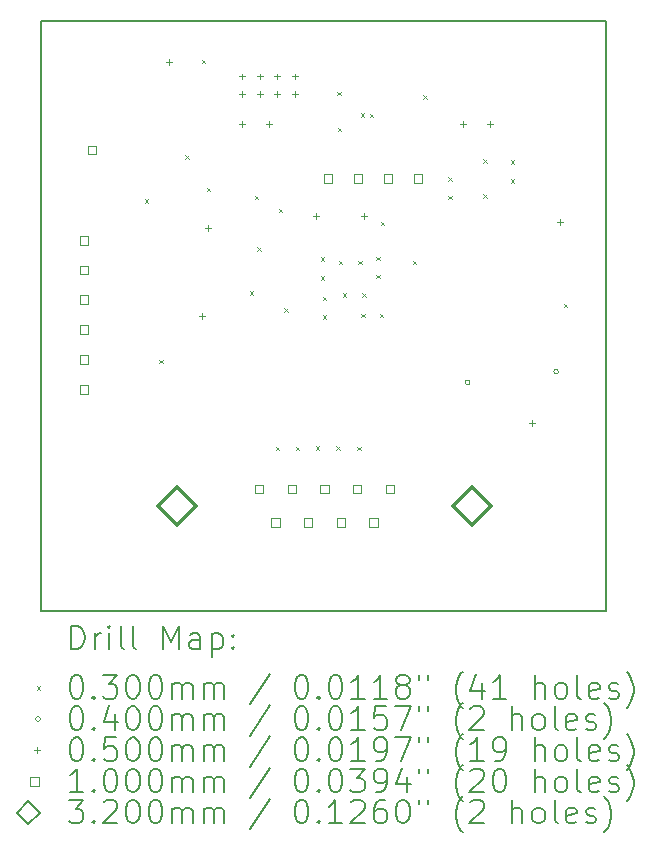
<source format=gbr>
%TF.GenerationSoftware,KiCad,Pcbnew,7.0.7-7.0.7~ubuntu22.04.1*%
%TF.CreationDate,2023-09-20T09:52:43-03:00*%
%TF.ProjectId,CTB-02,4354422d-3032-42e6-9b69-6361645f7063,rev?*%
%TF.SameCoordinates,Original*%
%TF.FileFunction,Drillmap*%
%TF.FilePolarity,Positive*%
%FSLAX45Y45*%
G04 Gerber Fmt 4.5, Leading zero omitted, Abs format (unit mm)*
G04 Created by KiCad (PCBNEW 7.0.7-7.0.7~ubuntu22.04.1) date 2023-09-20 09:52:43*
%MOMM*%
%LPD*%
G01*
G04 APERTURE LIST*
%ADD10C,0.150000*%
%ADD11C,0.200000*%
%ADD12C,0.030000*%
%ADD13C,0.040000*%
%ADD14C,0.050000*%
%ADD15C,0.100000*%
%ADD16C,0.320000*%
G04 APERTURE END LIST*
D10*
X12600000Y-6504500D02*
X17380000Y-6504500D01*
X17380000Y-11504500D01*
X12600000Y-11504500D01*
X12600000Y-6504500D01*
D11*
D12*
X13475000Y-8015000D02*
X13505000Y-8045000D01*
X13505000Y-8015000D02*
X13475000Y-8045000D01*
X13598750Y-9371250D02*
X13628750Y-9401250D01*
X13628750Y-9371250D02*
X13598750Y-9401250D01*
X13817500Y-7640000D02*
X13847500Y-7670000D01*
X13847500Y-7640000D02*
X13817500Y-7670000D01*
X13960000Y-6835000D02*
X13990000Y-6865000D01*
X13990000Y-6835000D02*
X13960000Y-6865000D01*
X14000000Y-7915000D02*
X14030000Y-7945000D01*
X14030000Y-7915000D02*
X14000000Y-7945000D01*
X14365000Y-8795000D02*
X14395000Y-8825000D01*
X14395000Y-8795000D02*
X14365000Y-8825000D01*
X14410000Y-7985000D02*
X14440000Y-8015000D01*
X14440000Y-7985000D02*
X14410000Y-8015000D01*
X14430000Y-8420000D02*
X14460000Y-8450000D01*
X14460000Y-8420000D02*
X14430000Y-8450000D01*
X14585000Y-10110000D02*
X14615000Y-10140000D01*
X14615000Y-10110000D02*
X14585000Y-10140000D01*
X14610000Y-8095000D02*
X14640000Y-8125000D01*
X14640000Y-8095000D02*
X14610000Y-8125000D01*
X14659950Y-8934891D02*
X14689950Y-8964891D01*
X14689950Y-8934891D02*
X14659950Y-8964891D01*
X14755000Y-10110000D02*
X14785000Y-10140000D01*
X14785000Y-10110000D02*
X14755000Y-10140000D01*
X14925000Y-10105000D02*
X14955000Y-10135000D01*
X14955000Y-10105000D02*
X14925000Y-10135000D01*
X14965000Y-8505000D02*
X14995000Y-8535000D01*
X14995000Y-8505000D02*
X14965000Y-8535000D01*
X14965000Y-8665000D02*
X14995000Y-8695000D01*
X14995000Y-8665000D02*
X14965000Y-8695000D01*
X14985000Y-8840000D02*
X15015000Y-8870000D01*
X15015000Y-8840000D02*
X14985000Y-8870000D01*
X14985000Y-8995000D02*
X15015000Y-9025000D01*
X15015000Y-8995000D02*
X14985000Y-9025000D01*
X15100000Y-10105000D02*
X15130000Y-10135000D01*
X15130000Y-10105000D02*
X15100000Y-10135000D01*
X15105000Y-7105000D02*
X15135000Y-7135000D01*
X15135000Y-7105000D02*
X15105000Y-7135000D01*
X15110000Y-7410000D02*
X15140000Y-7440000D01*
X15140000Y-7410000D02*
X15110000Y-7440000D01*
X15120000Y-8535000D02*
X15150000Y-8565000D01*
X15150000Y-8535000D02*
X15120000Y-8565000D01*
X15155000Y-8810000D02*
X15185000Y-8840000D01*
X15185000Y-8810000D02*
X15155000Y-8840000D01*
X15275000Y-10110000D02*
X15305000Y-10140000D01*
X15305000Y-10110000D02*
X15275000Y-10140000D01*
X15285000Y-8535000D02*
X15315000Y-8565000D01*
X15315000Y-8535000D02*
X15285000Y-8565000D01*
X15305000Y-7285000D02*
X15335000Y-7315000D01*
X15335000Y-7285000D02*
X15305000Y-7315000D01*
X15310000Y-8985000D02*
X15340000Y-9015000D01*
X15340000Y-8985000D02*
X15310000Y-9015000D01*
X15320000Y-8810000D02*
X15350000Y-8840000D01*
X15350000Y-8810000D02*
X15320000Y-8840000D01*
X15381250Y-7288750D02*
X15411250Y-7318750D01*
X15411250Y-7288750D02*
X15381250Y-7318750D01*
X15435000Y-8500000D02*
X15465000Y-8530000D01*
X15465000Y-8500000D02*
X15435000Y-8530000D01*
X15435000Y-8655000D02*
X15465000Y-8685000D01*
X15465000Y-8655000D02*
X15435000Y-8685000D01*
X15465000Y-8985000D02*
X15495000Y-9015000D01*
X15495000Y-8985000D02*
X15465000Y-9015000D01*
X15473000Y-8205000D02*
X15503000Y-8235000D01*
X15503000Y-8205000D02*
X15473000Y-8235000D01*
X15745000Y-8535000D02*
X15775000Y-8565000D01*
X15775000Y-8535000D02*
X15745000Y-8565000D01*
X15835000Y-7135000D02*
X15865000Y-7165000D01*
X15865000Y-7135000D02*
X15835000Y-7165000D01*
X16045000Y-7830000D02*
X16075000Y-7860000D01*
X16075000Y-7830000D02*
X16045000Y-7860000D01*
X16045000Y-7985000D02*
X16075000Y-8015000D01*
X16075000Y-7985000D02*
X16045000Y-8015000D01*
X16345000Y-7675000D02*
X16375000Y-7705000D01*
X16375000Y-7675000D02*
X16345000Y-7705000D01*
X16345000Y-7970000D02*
X16375000Y-8000000D01*
X16375000Y-7970000D02*
X16345000Y-8000000D01*
X16575000Y-7685000D02*
X16605000Y-7715000D01*
X16605000Y-7685000D02*
X16575000Y-7715000D01*
X16575000Y-7845000D02*
X16605000Y-7875000D01*
X16605000Y-7845000D02*
X16575000Y-7875000D01*
X17025000Y-8900000D02*
X17055000Y-8930000D01*
X17055000Y-8900000D02*
X17025000Y-8930000D01*
D13*
X16230000Y-9565000D02*
G75*
G03*
X16230000Y-9565000I-20000J0D01*
G01*
X16980000Y-9475000D02*
G75*
G03*
X16980000Y-9475000I-20000J0D01*
G01*
D14*
X13680000Y-6830000D02*
X13680000Y-6880000D01*
X13655000Y-6855000D02*
X13705000Y-6855000D01*
X13965000Y-8975050D02*
X13965000Y-9025050D01*
X13940000Y-9000050D02*
X13990000Y-9000050D01*
X14015000Y-8235000D02*
X14015000Y-8285000D01*
X13990000Y-8260000D02*
X14040000Y-8260000D01*
X14300000Y-6950000D02*
X14300000Y-7000000D01*
X14275000Y-6975000D02*
X14325000Y-6975000D01*
X14300000Y-7100000D02*
X14300000Y-7150000D01*
X14275000Y-7125000D02*
X14325000Y-7125000D01*
X14300000Y-7355000D02*
X14300000Y-7405000D01*
X14275000Y-7380000D02*
X14325000Y-7380000D01*
X14450000Y-6950000D02*
X14450000Y-7000000D01*
X14425000Y-6975000D02*
X14475000Y-6975000D01*
X14450000Y-7100000D02*
X14450000Y-7150000D01*
X14425000Y-7125000D02*
X14475000Y-7125000D01*
X14530000Y-7350000D02*
X14530000Y-7400000D01*
X14505000Y-7375000D02*
X14555000Y-7375000D01*
X14600000Y-6950000D02*
X14600000Y-7000000D01*
X14575000Y-6975000D02*
X14625000Y-6975000D01*
X14600000Y-7100000D02*
X14600000Y-7150000D01*
X14575000Y-7125000D02*
X14625000Y-7125000D01*
X14750000Y-6950000D02*
X14750000Y-7000000D01*
X14725000Y-6975000D02*
X14775000Y-6975000D01*
X14750000Y-7100000D02*
X14750000Y-7150000D01*
X14725000Y-7125000D02*
X14775000Y-7125000D01*
X14930000Y-8130000D02*
X14930000Y-8180000D01*
X14905000Y-8155000D02*
X14955000Y-8155000D01*
X15330000Y-8130000D02*
X15330000Y-8180000D01*
X15305000Y-8155000D02*
X15355000Y-8155000D01*
X16170000Y-7350000D02*
X16170000Y-7400000D01*
X16145000Y-7375000D02*
X16195000Y-7375000D01*
X16400000Y-7355000D02*
X16400000Y-7405000D01*
X16375000Y-7380000D02*
X16425000Y-7380000D01*
X16755000Y-9886250D02*
X16755000Y-9936250D01*
X16730000Y-9911250D02*
X16780000Y-9911250D01*
X16990000Y-8180000D02*
X16990000Y-8230000D01*
X16965000Y-8205000D02*
X17015000Y-8205000D01*
D15*
X13000356Y-8397856D02*
X13000356Y-8327144D01*
X12929644Y-8327144D01*
X12929644Y-8397856D01*
X13000356Y-8397856D01*
X13000356Y-8647856D02*
X13000356Y-8577144D01*
X12929644Y-8577144D01*
X12929644Y-8647856D01*
X13000356Y-8647856D01*
X13000356Y-8897856D02*
X13000356Y-8827144D01*
X12929644Y-8827144D01*
X12929644Y-8897856D01*
X13000356Y-8897856D01*
X13000356Y-9151856D02*
X13000356Y-9081144D01*
X12929644Y-9081144D01*
X12929644Y-9151856D01*
X13000356Y-9151856D01*
X13000356Y-9405856D02*
X13000356Y-9335144D01*
X12929644Y-9335144D01*
X12929644Y-9405856D01*
X13000356Y-9405856D01*
X13000356Y-9659856D02*
X13000356Y-9589144D01*
X12929644Y-9589144D01*
X12929644Y-9659856D01*
X13000356Y-9659856D01*
X13065356Y-7630356D02*
X13065356Y-7559644D01*
X12994644Y-7559644D01*
X12994644Y-7630356D01*
X13065356Y-7630356D01*
X14480356Y-10502323D02*
X14480356Y-10431611D01*
X14409644Y-10431611D01*
X14409644Y-10502323D01*
X14480356Y-10502323D01*
X14618856Y-10786323D02*
X14618856Y-10715611D01*
X14548144Y-10715611D01*
X14548144Y-10786323D01*
X14618856Y-10786323D01*
X14757356Y-10502323D02*
X14757356Y-10431611D01*
X14686644Y-10431611D01*
X14686644Y-10502323D01*
X14757356Y-10502323D01*
X14895856Y-10786323D02*
X14895856Y-10715611D01*
X14825144Y-10715611D01*
X14825144Y-10786323D01*
X14895856Y-10786323D01*
X15034356Y-10502323D02*
X15034356Y-10431611D01*
X14963644Y-10431611D01*
X14963644Y-10502323D01*
X15034356Y-10502323D01*
X15063356Y-7875356D02*
X15063356Y-7804644D01*
X14992644Y-7804644D01*
X14992644Y-7875356D01*
X15063356Y-7875356D01*
X15172856Y-10786323D02*
X15172856Y-10715611D01*
X15102144Y-10715611D01*
X15102144Y-10786323D01*
X15172856Y-10786323D01*
X15311356Y-10502323D02*
X15311356Y-10431611D01*
X15240644Y-10431611D01*
X15240644Y-10502323D01*
X15311356Y-10502323D01*
X15317356Y-7875356D02*
X15317356Y-7804644D01*
X15246644Y-7804644D01*
X15246644Y-7875356D01*
X15317356Y-7875356D01*
X15449856Y-10786323D02*
X15449856Y-10715611D01*
X15379144Y-10715611D01*
X15379144Y-10786323D01*
X15449856Y-10786323D01*
X15571356Y-7875356D02*
X15571356Y-7804644D01*
X15500644Y-7804644D01*
X15500644Y-7875356D01*
X15571356Y-7875356D01*
X15588356Y-10502323D02*
X15588356Y-10431611D01*
X15517644Y-10431611D01*
X15517644Y-10502323D01*
X15588356Y-10502323D01*
X15825356Y-7875356D02*
X15825356Y-7804644D01*
X15754644Y-7804644D01*
X15754644Y-7875356D01*
X15825356Y-7875356D01*
D16*
X13749000Y-10768967D02*
X13909000Y-10608967D01*
X13749000Y-10448967D01*
X13589000Y-10608967D01*
X13749000Y-10768967D01*
X16249000Y-10768967D02*
X16409000Y-10608967D01*
X16249000Y-10448967D01*
X16089000Y-10608967D01*
X16249000Y-10768967D01*
D11*
X12853277Y-11823484D02*
X12853277Y-11623484D01*
X12853277Y-11623484D02*
X12900896Y-11623484D01*
X12900896Y-11623484D02*
X12929467Y-11633008D01*
X12929467Y-11633008D02*
X12948515Y-11652055D01*
X12948515Y-11652055D02*
X12958039Y-11671103D01*
X12958039Y-11671103D02*
X12967562Y-11709198D01*
X12967562Y-11709198D02*
X12967562Y-11737769D01*
X12967562Y-11737769D02*
X12958039Y-11775865D01*
X12958039Y-11775865D02*
X12948515Y-11794912D01*
X12948515Y-11794912D02*
X12929467Y-11813960D01*
X12929467Y-11813960D02*
X12900896Y-11823484D01*
X12900896Y-11823484D02*
X12853277Y-11823484D01*
X13053277Y-11823484D02*
X13053277Y-11690150D01*
X13053277Y-11728246D02*
X13062801Y-11709198D01*
X13062801Y-11709198D02*
X13072324Y-11699674D01*
X13072324Y-11699674D02*
X13091372Y-11690150D01*
X13091372Y-11690150D02*
X13110420Y-11690150D01*
X13177086Y-11823484D02*
X13177086Y-11690150D01*
X13177086Y-11623484D02*
X13167562Y-11633008D01*
X13167562Y-11633008D02*
X13177086Y-11642531D01*
X13177086Y-11642531D02*
X13186610Y-11633008D01*
X13186610Y-11633008D02*
X13177086Y-11623484D01*
X13177086Y-11623484D02*
X13177086Y-11642531D01*
X13300896Y-11823484D02*
X13281848Y-11813960D01*
X13281848Y-11813960D02*
X13272324Y-11794912D01*
X13272324Y-11794912D02*
X13272324Y-11623484D01*
X13405658Y-11823484D02*
X13386610Y-11813960D01*
X13386610Y-11813960D02*
X13377086Y-11794912D01*
X13377086Y-11794912D02*
X13377086Y-11623484D01*
X13634229Y-11823484D02*
X13634229Y-11623484D01*
X13634229Y-11623484D02*
X13700896Y-11766341D01*
X13700896Y-11766341D02*
X13767562Y-11623484D01*
X13767562Y-11623484D02*
X13767562Y-11823484D01*
X13948515Y-11823484D02*
X13948515Y-11718722D01*
X13948515Y-11718722D02*
X13938991Y-11699674D01*
X13938991Y-11699674D02*
X13919943Y-11690150D01*
X13919943Y-11690150D02*
X13881848Y-11690150D01*
X13881848Y-11690150D02*
X13862801Y-11699674D01*
X13948515Y-11813960D02*
X13929467Y-11823484D01*
X13929467Y-11823484D02*
X13881848Y-11823484D01*
X13881848Y-11823484D02*
X13862801Y-11813960D01*
X13862801Y-11813960D02*
X13853277Y-11794912D01*
X13853277Y-11794912D02*
X13853277Y-11775865D01*
X13853277Y-11775865D02*
X13862801Y-11756817D01*
X13862801Y-11756817D02*
X13881848Y-11747293D01*
X13881848Y-11747293D02*
X13929467Y-11747293D01*
X13929467Y-11747293D02*
X13948515Y-11737769D01*
X14043753Y-11690150D02*
X14043753Y-11890150D01*
X14043753Y-11699674D02*
X14062801Y-11690150D01*
X14062801Y-11690150D02*
X14100896Y-11690150D01*
X14100896Y-11690150D02*
X14119943Y-11699674D01*
X14119943Y-11699674D02*
X14129467Y-11709198D01*
X14129467Y-11709198D02*
X14138991Y-11728246D01*
X14138991Y-11728246D02*
X14138991Y-11785388D01*
X14138991Y-11785388D02*
X14129467Y-11804436D01*
X14129467Y-11804436D02*
X14119943Y-11813960D01*
X14119943Y-11813960D02*
X14100896Y-11823484D01*
X14100896Y-11823484D02*
X14062801Y-11823484D01*
X14062801Y-11823484D02*
X14043753Y-11813960D01*
X14224705Y-11804436D02*
X14234229Y-11813960D01*
X14234229Y-11813960D02*
X14224705Y-11823484D01*
X14224705Y-11823484D02*
X14215182Y-11813960D01*
X14215182Y-11813960D02*
X14224705Y-11804436D01*
X14224705Y-11804436D02*
X14224705Y-11823484D01*
X14224705Y-11699674D02*
X14234229Y-11709198D01*
X14234229Y-11709198D02*
X14224705Y-11718722D01*
X14224705Y-11718722D02*
X14215182Y-11709198D01*
X14215182Y-11709198D02*
X14224705Y-11699674D01*
X14224705Y-11699674D02*
X14224705Y-11718722D01*
D12*
X12562500Y-12137000D02*
X12592500Y-12167000D01*
X12592500Y-12137000D02*
X12562500Y-12167000D01*
D11*
X12891372Y-12043484D02*
X12910420Y-12043484D01*
X12910420Y-12043484D02*
X12929467Y-12053008D01*
X12929467Y-12053008D02*
X12938991Y-12062531D01*
X12938991Y-12062531D02*
X12948515Y-12081579D01*
X12948515Y-12081579D02*
X12958039Y-12119674D01*
X12958039Y-12119674D02*
X12958039Y-12167293D01*
X12958039Y-12167293D02*
X12948515Y-12205388D01*
X12948515Y-12205388D02*
X12938991Y-12224436D01*
X12938991Y-12224436D02*
X12929467Y-12233960D01*
X12929467Y-12233960D02*
X12910420Y-12243484D01*
X12910420Y-12243484D02*
X12891372Y-12243484D01*
X12891372Y-12243484D02*
X12872324Y-12233960D01*
X12872324Y-12233960D02*
X12862801Y-12224436D01*
X12862801Y-12224436D02*
X12853277Y-12205388D01*
X12853277Y-12205388D02*
X12843753Y-12167293D01*
X12843753Y-12167293D02*
X12843753Y-12119674D01*
X12843753Y-12119674D02*
X12853277Y-12081579D01*
X12853277Y-12081579D02*
X12862801Y-12062531D01*
X12862801Y-12062531D02*
X12872324Y-12053008D01*
X12872324Y-12053008D02*
X12891372Y-12043484D01*
X13043753Y-12224436D02*
X13053277Y-12233960D01*
X13053277Y-12233960D02*
X13043753Y-12243484D01*
X13043753Y-12243484D02*
X13034229Y-12233960D01*
X13034229Y-12233960D02*
X13043753Y-12224436D01*
X13043753Y-12224436D02*
X13043753Y-12243484D01*
X13119943Y-12043484D02*
X13243753Y-12043484D01*
X13243753Y-12043484D02*
X13177086Y-12119674D01*
X13177086Y-12119674D02*
X13205658Y-12119674D01*
X13205658Y-12119674D02*
X13224705Y-12129198D01*
X13224705Y-12129198D02*
X13234229Y-12138722D01*
X13234229Y-12138722D02*
X13243753Y-12157769D01*
X13243753Y-12157769D02*
X13243753Y-12205388D01*
X13243753Y-12205388D02*
X13234229Y-12224436D01*
X13234229Y-12224436D02*
X13224705Y-12233960D01*
X13224705Y-12233960D02*
X13205658Y-12243484D01*
X13205658Y-12243484D02*
X13148515Y-12243484D01*
X13148515Y-12243484D02*
X13129467Y-12233960D01*
X13129467Y-12233960D02*
X13119943Y-12224436D01*
X13367562Y-12043484D02*
X13386610Y-12043484D01*
X13386610Y-12043484D02*
X13405658Y-12053008D01*
X13405658Y-12053008D02*
X13415182Y-12062531D01*
X13415182Y-12062531D02*
X13424705Y-12081579D01*
X13424705Y-12081579D02*
X13434229Y-12119674D01*
X13434229Y-12119674D02*
X13434229Y-12167293D01*
X13434229Y-12167293D02*
X13424705Y-12205388D01*
X13424705Y-12205388D02*
X13415182Y-12224436D01*
X13415182Y-12224436D02*
X13405658Y-12233960D01*
X13405658Y-12233960D02*
X13386610Y-12243484D01*
X13386610Y-12243484D02*
X13367562Y-12243484D01*
X13367562Y-12243484D02*
X13348515Y-12233960D01*
X13348515Y-12233960D02*
X13338991Y-12224436D01*
X13338991Y-12224436D02*
X13329467Y-12205388D01*
X13329467Y-12205388D02*
X13319943Y-12167293D01*
X13319943Y-12167293D02*
X13319943Y-12119674D01*
X13319943Y-12119674D02*
X13329467Y-12081579D01*
X13329467Y-12081579D02*
X13338991Y-12062531D01*
X13338991Y-12062531D02*
X13348515Y-12053008D01*
X13348515Y-12053008D02*
X13367562Y-12043484D01*
X13558039Y-12043484D02*
X13577086Y-12043484D01*
X13577086Y-12043484D02*
X13596134Y-12053008D01*
X13596134Y-12053008D02*
X13605658Y-12062531D01*
X13605658Y-12062531D02*
X13615182Y-12081579D01*
X13615182Y-12081579D02*
X13624705Y-12119674D01*
X13624705Y-12119674D02*
X13624705Y-12167293D01*
X13624705Y-12167293D02*
X13615182Y-12205388D01*
X13615182Y-12205388D02*
X13605658Y-12224436D01*
X13605658Y-12224436D02*
X13596134Y-12233960D01*
X13596134Y-12233960D02*
X13577086Y-12243484D01*
X13577086Y-12243484D02*
X13558039Y-12243484D01*
X13558039Y-12243484D02*
X13538991Y-12233960D01*
X13538991Y-12233960D02*
X13529467Y-12224436D01*
X13529467Y-12224436D02*
X13519943Y-12205388D01*
X13519943Y-12205388D02*
X13510420Y-12167293D01*
X13510420Y-12167293D02*
X13510420Y-12119674D01*
X13510420Y-12119674D02*
X13519943Y-12081579D01*
X13519943Y-12081579D02*
X13529467Y-12062531D01*
X13529467Y-12062531D02*
X13538991Y-12053008D01*
X13538991Y-12053008D02*
X13558039Y-12043484D01*
X13710420Y-12243484D02*
X13710420Y-12110150D01*
X13710420Y-12129198D02*
X13719943Y-12119674D01*
X13719943Y-12119674D02*
X13738991Y-12110150D01*
X13738991Y-12110150D02*
X13767563Y-12110150D01*
X13767563Y-12110150D02*
X13786610Y-12119674D01*
X13786610Y-12119674D02*
X13796134Y-12138722D01*
X13796134Y-12138722D02*
X13796134Y-12243484D01*
X13796134Y-12138722D02*
X13805658Y-12119674D01*
X13805658Y-12119674D02*
X13824705Y-12110150D01*
X13824705Y-12110150D02*
X13853277Y-12110150D01*
X13853277Y-12110150D02*
X13872324Y-12119674D01*
X13872324Y-12119674D02*
X13881848Y-12138722D01*
X13881848Y-12138722D02*
X13881848Y-12243484D01*
X13977086Y-12243484D02*
X13977086Y-12110150D01*
X13977086Y-12129198D02*
X13986610Y-12119674D01*
X13986610Y-12119674D02*
X14005658Y-12110150D01*
X14005658Y-12110150D02*
X14034229Y-12110150D01*
X14034229Y-12110150D02*
X14053277Y-12119674D01*
X14053277Y-12119674D02*
X14062801Y-12138722D01*
X14062801Y-12138722D02*
X14062801Y-12243484D01*
X14062801Y-12138722D02*
X14072324Y-12119674D01*
X14072324Y-12119674D02*
X14091372Y-12110150D01*
X14091372Y-12110150D02*
X14119943Y-12110150D01*
X14119943Y-12110150D02*
X14138991Y-12119674D01*
X14138991Y-12119674D02*
X14148515Y-12138722D01*
X14148515Y-12138722D02*
X14148515Y-12243484D01*
X14538991Y-12033960D02*
X14367563Y-12291103D01*
X14796134Y-12043484D02*
X14815182Y-12043484D01*
X14815182Y-12043484D02*
X14834229Y-12053008D01*
X14834229Y-12053008D02*
X14843753Y-12062531D01*
X14843753Y-12062531D02*
X14853277Y-12081579D01*
X14853277Y-12081579D02*
X14862801Y-12119674D01*
X14862801Y-12119674D02*
X14862801Y-12167293D01*
X14862801Y-12167293D02*
X14853277Y-12205388D01*
X14853277Y-12205388D02*
X14843753Y-12224436D01*
X14843753Y-12224436D02*
X14834229Y-12233960D01*
X14834229Y-12233960D02*
X14815182Y-12243484D01*
X14815182Y-12243484D02*
X14796134Y-12243484D01*
X14796134Y-12243484D02*
X14777086Y-12233960D01*
X14777086Y-12233960D02*
X14767563Y-12224436D01*
X14767563Y-12224436D02*
X14758039Y-12205388D01*
X14758039Y-12205388D02*
X14748515Y-12167293D01*
X14748515Y-12167293D02*
X14748515Y-12119674D01*
X14748515Y-12119674D02*
X14758039Y-12081579D01*
X14758039Y-12081579D02*
X14767563Y-12062531D01*
X14767563Y-12062531D02*
X14777086Y-12053008D01*
X14777086Y-12053008D02*
X14796134Y-12043484D01*
X14948515Y-12224436D02*
X14958039Y-12233960D01*
X14958039Y-12233960D02*
X14948515Y-12243484D01*
X14948515Y-12243484D02*
X14938991Y-12233960D01*
X14938991Y-12233960D02*
X14948515Y-12224436D01*
X14948515Y-12224436D02*
X14948515Y-12243484D01*
X15081848Y-12043484D02*
X15100896Y-12043484D01*
X15100896Y-12043484D02*
X15119944Y-12053008D01*
X15119944Y-12053008D02*
X15129467Y-12062531D01*
X15129467Y-12062531D02*
X15138991Y-12081579D01*
X15138991Y-12081579D02*
X15148515Y-12119674D01*
X15148515Y-12119674D02*
X15148515Y-12167293D01*
X15148515Y-12167293D02*
X15138991Y-12205388D01*
X15138991Y-12205388D02*
X15129467Y-12224436D01*
X15129467Y-12224436D02*
X15119944Y-12233960D01*
X15119944Y-12233960D02*
X15100896Y-12243484D01*
X15100896Y-12243484D02*
X15081848Y-12243484D01*
X15081848Y-12243484D02*
X15062801Y-12233960D01*
X15062801Y-12233960D02*
X15053277Y-12224436D01*
X15053277Y-12224436D02*
X15043753Y-12205388D01*
X15043753Y-12205388D02*
X15034229Y-12167293D01*
X15034229Y-12167293D02*
X15034229Y-12119674D01*
X15034229Y-12119674D02*
X15043753Y-12081579D01*
X15043753Y-12081579D02*
X15053277Y-12062531D01*
X15053277Y-12062531D02*
X15062801Y-12053008D01*
X15062801Y-12053008D02*
X15081848Y-12043484D01*
X15338991Y-12243484D02*
X15224706Y-12243484D01*
X15281848Y-12243484D02*
X15281848Y-12043484D01*
X15281848Y-12043484D02*
X15262801Y-12072055D01*
X15262801Y-12072055D02*
X15243753Y-12091103D01*
X15243753Y-12091103D02*
X15224706Y-12100627D01*
X15529467Y-12243484D02*
X15415182Y-12243484D01*
X15472325Y-12243484D02*
X15472325Y-12043484D01*
X15472325Y-12043484D02*
X15453277Y-12072055D01*
X15453277Y-12072055D02*
X15434229Y-12091103D01*
X15434229Y-12091103D02*
X15415182Y-12100627D01*
X15643753Y-12129198D02*
X15624706Y-12119674D01*
X15624706Y-12119674D02*
X15615182Y-12110150D01*
X15615182Y-12110150D02*
X15605658Y-12091103D01*
X15605658Y-12091103D02*
X15605658Y-12081579D01*
X15605658Y-12081579D02*
X15615182Y-12062531D01*
X15615182Y-12062531D02*
X15624706Y-12053008D01*
X15624706Y-12053008D02*
X15643753Y-12043484D01*
X15643753Y-12043484D02*
X15681848Y-12043484D01*
X15681848Y-12043484D02*
X15700896Y-12053008D01*
X15700896Y-12053008D02*
X15710420Y-12062531D01*
X15710420Y-12062531D02*
X15719944Y-12081579D01*
X15719944Y-12081579D02*
X15719944Y-12091103D01*
X15719944Y-12091103D02*
X15710420Y-12110150D01*
X15710420Y-12110150D02*
X15700896Y-12119674D01*
X15700896Y-12119674D02*
X15681848Y-12129198D01*
X15681848Y-12129198D02*
X15643753Y-12129198D01*
X15643753Y-12129198D02*
X15624706Y-12138722D01*
X15624706Y-12138722D02*
X15615182Y-12148246D01*
X15615182Y-12148246D02*
X15605658Y-12167293D01*
X15605658Y-12167293D02*
X15605658Y-12205388D01*
X15605658Y-12205388D02*
X15615182Y-12224436D01*
X15615182Y-12224436D02*
X15624706Y-12233960D01*
X15624706Y-12233960D02*
X15643753Y-12243484D01*
X15643753Y-12243484D02*
X15681848Y-12243484D01*
X15681848Y-12243484D02*
X15700896Y-12233960D01*
X15700896Y-12233960D02*
X15710420Y-12224436D01*
X15710420Y-12224436D02*
X15719944Y-12205388D01*
X15719944Y-12205388D02*
X15719944Y-12167293D01*
X15719944Y-12167293D02*
X15710420Y-12148246D01*
X15710420Y-12148246D02*
X15700896Y-12138722D01*
X15700896Y-12138722D02*
X15681848Y-12129198D01*
X15796134Y-12043484D02*
X15796134Y-12081579D01*
X15872325Y-12043484D02*
X15872325Y-12081579D01*
X16167563Y-12319674D02*
X16158039Y-12310150D01*
X16158039Y-12310150D02*
X16138991Y-12281579D01*
X16138991Y-12281579D02*
X16129468Y-12262531D01*
X16129468Y-12262531D02*
X16119944Y-12233960D01*
X16119944Y-12233960D02*
X16110420Y-12186341D01*
X16110420Y-12186341D02*
X16110420Y-12148246D01*
X16110420Y-12148246D02*
X16119944Y-12100627D01*
X16119944Y-12100627D02*
X16129468Y-12072055D01*
X16129468Y-12072055D02*
X16138991Y-12053008D01*
X16138991Y-12053008D02*
X16158039Y-12024436D01*
X16158039Y-12024436D02*
X16167563Y-12014912D01*
X16329468Y-12110150D02*
X16329468Y-12243484D01*
X16281848Y-12033960D02*
X16234229Y-12176817D01*
X16234229Y-12176817D02*
X16358039Y-12176817D01*
X16538991Y-12243484D02*
X16424706Y-12243484D01*
X16481848Y-12243484D02*
X16481848Y-12043484D01*
X16481848Y-12043484D02*
X16462801Y-12072055D01*
X16462801Y-12072055D02*
X16443753Y-12091103D01*
X16443753Y-12091103D02*
X16424706Y-12100627D01*
X16777087Y-12243484D02*
X16777087Y-12043484D01*
X16862801Y-12243484D02*
X16862801Y-12138722D01*
X16862801Y-12138722D02*
X16853277Y-12119674D01*
X16853277Y-12119674D02*
X16834230Y-12110150D01*
X16834230Y-12110150D02*
X16805658Y-12110150D01*
X16805658Y-12110150D02*
X16786611Y-12119674D01*
X16786611Y-12119674D02*
X16777087Y-12129198D01*
X16986611Y-12243484D02*
X16967563Y-12233960D01*
X16967563Y-12233960D02*
X16958039Y-12224436D01*
X16958039Y-12224436D02*
X16948515Y-12205388D01*
X16948515Y-12205388D02*
X16948515Y-12148246D01*
X16948515Y-12148246D02*
X16958039Y-12129198D01*
X16958039Y-12129198D02*
X16967563Y-12119674D01*
X16967563Y-12119674D02*
X16986611Y-12110150D01*
X16986611Y-12110150D02*
X17015182Y-12110150D01*
X17015182Y-12110150D02*
X17034230Y-12119674D01*
X17034230Y-12119674D02*
X17043753Y-12129198D01*
X17043753Y-12129198D02*
X17053277Y-12148246D01*
X17053277Y-12148246D02*
X17053277Y-12205388D01*
X17053277Y-12205388D02*
X17043753Y-12224436D01*
X17043753Y-12224436D02*
X17034230Y-12233960D01*
X17034230Y-12233960D02*
X17015182Y-12243484D01*
X17015182Y-12243484D02*
X16986611Y-12243484D01*
X17167563Y-12243484D02*
X17148515Y-12233960D01*
X17148515Y-12233960D02*
X17138992Y-12214912D01*
X17138992Y-12214912D02*
X17138992Y-12043484D01*
X17319944Y-12233960D02*
X17300896Y-12243484D01*
X17300896Y-12243484D02*
X17262801Y-12243484D01*
X17262801Y-12243484D02*
X17243753Y-12233960D01*
X17243753Y-12233960D02*
X17234230Y-12214912D01*
X17234230Y-12214912D02*
X17234230Y-12138722D01*
X17234230Y-12138722D02*
X17243753Y-12119674D01*
X17243753Y-12119674D02*
X17262801Y-12110150D01*
X17262801Y-12110150D02*
X17300896Y-12110150D01*
X17300896Y-12110150D02*
X17319944Y-12119674D01*
X17319944Y-12119674D02*
X17329468Y-12138722D01*
X17329468Y-12138722D02*
X17329468Y-12157769D01*
X17329468Y-12157769D02*
X17234230Y-12176817D01*
X17405658Y-12233960D02*
X17424706Y-12243484D01*
X17424706Y-12243484D02*
X17462801Y-12243484D01*
X17462801Y-12243484D02*
X17481849Y-12233960D01*
X17481849Y-12233960D02*
X17491373Y-12214912D01*
X17491373Y-12214912D02*
X17491373Y-12205388D01*
X17491373Y-12205388D02*
X17481849Y-12186341D01*
X17481849Y-12186341D02*
X17462801Y-12176817D01*
X17462801Y-12176817D02*
X17434230Y-12176817D01*
X17434230Y-12176817D02*
X17415182Y-12167293D01*
X17415182Y-12167293D02*
X17405658Y-12148246D01*
X17405658Y-12148246D02*
X17405658Y-12138722D01*
X17405658Y-12138722D02*
X17415182Y-12119674D01*
X17415182Y-12119674D02*
X17434230Y-12110150D01*
X17434230Y-12110150D02*
X17462801Y-12110150D01*
X17462801Y-12110150D02*
X17481849Y-12119674D01*
X17558039Y-12319674D02*
X17567563Y-12310150D01*
X17567563Y-12310150D02*
X17586611Y-12281579D01*
X17586611Y-12281579D02*
X17596134Y-12262531D01*
X17596134Y-12262531D02*
X17605658Y-12233960D01*
X17605658Y-12233960D02*
X17615182Y-12186341D01*
X17615182Y-12186341D02*
X17615182Y-12148246D01*
X17615182Y-12148246D02*
X17605658Y-12100627D01*
X17605658Y-12100627D02*
X17596134Y-12072055D01*
X17596134Y-12072055D02*
X17586611Y-12053008D01*
X17586611Y-12053008D02*
X17567563Y-12024436D01*
X17567563Y-12024436D02*
X17558039Y-12014912D01*
D13*
X12592500Y-12416000D02*
G75*
G03*
X12592500Y-12416000I-20000J0D01*
G01*
D11*
X12891372Y-12307484D02*
X12910420Y-12307484D01*
X12910420Y-12307484D02*
X12929467Y-12317008D01*
X12929467Y-12317008D02*
X12938991Y-12326531D01*
X12938991Y-12326531D02*
X12948515Y-12345579D01*
X12948515Y-12345579D02*
X12958039Y-12383674D01*
X12958039Y-12383674D02*
X12958039Y-12431293D01*
X12958039Y-12431293D02*
X12948515Y-12469388D01*
X12948515Y-12469388D02*
X12938991Y-12488436D01*
X12938991Y-12488436D02*
X12929467Y-12497960D01*
X12929467Y-12497960D02*
X12910420Y-12507484D01*
X12910420Y-12507484D02*
X12891372Y-12507484D01*
X12891372Y-12507484D02*
X12872324Y-12497960D01*
X12872324Y-12497960D02*
X12862801Y-12488436D01*
X12862801Y-12488436D02*
X12853277Y-12469388D01*
X12853277Y-12469388D02*
X12843753Y-12431293D01*
X12843753Y-12431293D02*
X12843753Y-12383674D01*
X12843753Y-12383674D02*
X12853277Y-12345579D01*
X12853277Y-12345579D02*
X12862801Y-12326531D01*
X12862801Y-12326531D02*
X12872324Y-12317008D01*
X12872324Y-12317008D02*
X12891372Y-12307484D01*
X13043753Y-12488436D02*
X13053277Y-12497960D01*
X13053277Y-12497960D02*
X13043753Y-12507484D01*
X13043753Y-12507484D02*
X13034229Y-12497960D01*
X13034229Y-12497960D02*
X13043753Y-12488436D01*
X13043753Y-12488436D02*
X13043753Y-12507484D01*
X13224705Y-12374150D02*
X13224705Y-12507484D01*
X13177086Y-12297960D02*
X13129467Y-12440817D01*
X13129467Y-12440817D02*
X13253277Y-12440817D01*
X13367562Y-12307484D02*
X13386610Y-12307484D01*
X13386610Y-12307484D02*
X13405658Y-12317008D01*
X13405658Y-12317008D02*
X13415182Y-12326531D01*
X13415182Y-12326531D02*
X13424705Y-12345579D01*
X13424705Y-12345579D02*
X13434229Y-12383674D01*
X13434229Y-12383674D02*
X13434229Y-12431293D01*
X13434229Y-12431293D02*
X13424705Y-12469388D01*
X13424705Y-12469388D02*
X13415182Y-12488436D01*
X13415182Y-12488436D02*
X13405658Y-12497960D01*
X13405658Y-12497960D02*
X13386610Y-12507484D01*
X13386610Y-12507484D02*
X13367562Y-12507484D01*
X13367562Y-12507484D02*
X13348515Y-12497960D01*
X13348515Y-12497960D02*
X13338991Y-12488436D01*
X13338991Y-12488436D02*
X13329467Y-12469388D01*
X13329467Y-12469388D02*
X13319943Y-12431293D01*
X13319943Y-12431293D02*
X13319943Y-12383674D01*
X13319943Y-12383674D02*
X13329467Y-12345579D01*
X13329467Y-12345579D02*
X13338991Y-12326531D01*
X13338991Y-12326531D02*
X13348515Y-12317008D01*
X13348515Y-12317008D02*
X13367562Y-12307484D01*
X13558039Y-12307484D02*
X13577086Y-12307484D01*
X13577086Y-12307484D02*
X13596134Y-12317008D01*
X13596134Y-12317008D02*
X13605658Y-12326531D01*
X13605658Y-12326531D02*
X13615182Y-12345579D01*
X13615182Y-12345579D02*
X13624705Y-12383674D01*
X13624705Y-12383674D02*
X13624705Y-12431293D01*
X13624705Y-12431293D02*
X13615182Y-12469388D01*
X13615182Y-12469388D02*
X13605658Y-12488436D01*
X13605658Y-12488436D02*
X13596134Y-12497960D01*
X13596134Y-12497960D02*
X13577086Y-12507484D01*
X13577086Y-12507484D02*
X13558039Y-12507484D01*
X13558039Y-12507484D02*
X13538991Y-12497960D01*
X13538991Y-12497960D02*
X13529467Y-12488436D01*
X13529467Y-12488436D02*
X13519943Y-12469388D01*
X13519943Y-12469388D02*
X13510420Y-12431293D01*
X13510420Y-12431293D02*
X13510420Y-12383674D01*
X13510420Y-12383674D02*
X13519943Y-12345579D01*
X13519943Y-12345579D02*
X13529467Y-12326531D01*
X13529467Y-12326531D02*
X13538991Y-12317008D01*
X13538991Y-12317008D02*
X13558039Y-12307484D01*
X13710420Y-12507484D02*
X13710420Y-12374150D01*
X13710420Y-12393198D02*
X13719943Y-12383674D01*
X13719943Y-12383674D02*
X13738991Y-12374150D01*
X13738991Y-12374150D02*
X13767563Y-12374150D01*
X13767563Y-12374150D02*
X13786610Y-12383674D01*
X13786610Y-12383674D02*
X13796134Y-12402722D01*
X13796134Y-12402722D02*
X13796134Y-12507484D01*
X13796134Y-12402722D02*
X13805658Y-12383674D01*
X13805658Y-12383674D02*
X13824705Y-12374150D01*
X13824705Y-12374150D02*
X13853277Y-12374150D01*
X13853277Y-12374150D02*
X13872324Y-12383674D01*
X13872324Y-12383674D02*
X13881848Y-12402722D01*
X13881848Y-12402722D02*
X13881848Y-12507484D01*
X13977086Y-12507484D02*
X13977086Y-12374150D01*
X13977086Y-12393198D02*
X13986610Y-12383674D01*
X13986610Y-12383674D02*
X14005658Y-12374150D01*
X14005658Y-12374150D02*
X14034229Y-12374150D01*
X14034229Y-12374150D02*
X14053277Y-12383674D01*
X14053277Y-12383674D02*
X14062801Y-12402722D01*
X14062801Y-12402722D02*
X14062801Y-12507484D01*
X14062801Y-12402722D02*
X14072324Y-12383674D01*
X14072324Y-12383674D02*
X14091372Y-12374150D01*
X14091372Y-12374150D02*
X14119943Y-12374150D01*
X14119943Y-12374150D02*
X14138991Y-12383674D01*
X14138991Y-12383674D02*
X14148515Y-12402722D01*
X14148515Y-12402722D02*
X14148515Y-12507484D01*
X14538991Y-12297960D02*
X14367563Y-12555103D01*
X14796134Y-12307484D02*
X14815182Y-12307484D01*
X14815182Y-12307484D02*
X14834229Y-12317008D01*
X14834229Y-12317008D02*
X14843753Y-12326531D01*
X14843753Y-12326531D02*
X14853277Y-12345579D01*
X14853277Y-12345579D02*
X14862801Y-12383674D01*
X14862801Y-12383674D02*
X14862801Y-12431293D01*
X14862801Y-12431293D02*
X14853277Y-12469388D01*
X14853277Y-12469388D02*
X14843753Y-12488436D01*
X14843753Y-12488436D02*
X14834229Y-12497960D01*
X14834229Y-12497960D02*
X14815182Y-12507484D01*
X14815182Y-12507484D02*
X14796134Y-12507484D01*
X14796134Y-12507484D02*
X14777086Y-12497960D01*
X14777086Y-12497960D02*
X14767563Y-12488436D01*
X14767563Y-12488436D02*
X14758039Y-12469388D01*
X14758039Y-12469388D02*
X14748515Y-12431293D01*
X14748515Y-12431293D02*
X14748515Y-12383674D01*
X14748515Y-12383674D02*
X14758039Y-12345579D01*
X14758039Y-12345579D02*
X14767563Y-12326531D01*
X14767563Y-12326531D02*
X14777086Y-12317008D01*
X14777086Y-12317008D02*
X14796134Y-12307484D01*
X14948515Y-12488436D02*
X14958039Y-12497960D01*
X14958039Y-12497960D02*
X14948515Y-12507484D01*
X14948515Y-12507484D02*
X14938991Y-12497960D01*
X14938991Y-12497960D02*
X14948515Y-12488436D01*
X14948515Y-12488436D02*
X14948515Y-12507484D01*
X15081848Y-12307484D02*
X15100896Y-12307484D01*
X15100896Y-12307484D02*
X15119944Y-12317008D01*
X15119944Y-12317008D02*
X15129467Y-12326531D01*
X15129467Y-12326531D02*
X15138991Y-12345579D01*
X15138991Y-12345579D02*
X15148515Y-12383674D01*
X15148515Y-12383674D02*
X15148515Y-12431293D01*
X15148515Y-12431293D02*
X15138991Y-12469388D01*
X15138991Y-12469388D02*
X15129467Y-12488436D01*
X15129467Y-12488436D02*
X15119944Y-12497960D01*
X15119944Y-12497960D02*
X15100896Y-12507484D01*
X15100896Y-12507484D02*
X15081848Y-12507484D01*
X15081848Y-12507484D02*
X15062801Y-12497960D01*
X15062801Y-12497960D02*
X15053277Y-12488436D01*
X15053277Y-12488436D02*
X15043753Y-12469388D01*
X15043753Y-12469388D02*
X15034229Y-12431293D01*
X15034229Y-12431293D02*
X15034229Y-12383674D01*
X15034229Y-12383674D02*
X15043753Y-12345579D01*
X15043753Y-12345579D02*
X15053277Y-12326531D01*
X15053277Y-12326531D02*
X15062801Y-12317008D01*
X15062801Y-12317008D02*
X15081848Y-12307484D01*
X15338991Y-12507484D02*
X15224706Y-12507484D01*
X15281848Y-12507484D02*
X15281848Y-12307484D01*
X15281848Y-12307484D02*
X15262801Y-12336055D01*
X15262801Y-12336055D02*
X15243753Y-12355103D01*
X15243753Y-12355103D02*
X15224706Y-12364627D01*
X15519944Y-12307484D02*
X15424706Y-12307484D01*
X15424706Y-12307484D02*
X15415182Y-12402722D01*
X15415182Y-12402722D02*
X15424706Y-12393198D01*
X15424706Y-12393198D02*
X15443753Y-12383674D01*
X15443753Y-12383674D02*
X15491372Y-12383674D01*
X15491372Y-12383674D02*
X15510420Y-12393198D01*
X15510420Y-12393198D02*
X15519944Y-12402722D01*
X15519944Y-12402722D02*
X15529467Y-12421769D01*
X15529467Y-12421769D02*
X15529467Y-12469388D01*
X15529467Y-12469388D02*
X15519944Y-12488436D01*
X15519944Y-12488436D02*
X15510420Y-12497960D01*
X15510420Y-12497960D02*
X15491372Y-12507484D01*
X15491372Y-12507484D02*
X15443753Y-12507484D01*
X15443753Y-12507484D02*
X15424706Y-12497960D01*
X15424706Y-12497960D02*
X15415182Y-12488436D01*
X15596134Y-12307484D02*
X15729467Y-12307484D01*
X15729467Y-12307484D02*
X15643753Y-12507484D01*
X15796134Y-12307484D02*
X15796134Y-12345579D01*
X15872325Y-12307484D02*
X15872325Y-12345579D01*
X16167563Y-12583674D02*
X16158039Y-12574150D01*
X16158039Y-12574150D02*
X16138991Y-12545579D01*
X16138991Y-12545579D02*
X16129468Y-12526531D01*
X16129468Y-12526531D02*
X16119944Y-12497960D01*
X16119944Y-12497960D02*
X16110420Y-12450341D01*
X16110420Y-12450341D02*
X16110420Y-12412246D01*
X16110420Y-12412246D02*
X16119944Y-12364627D01*
X16119944Y-12364627D02*
X16129468Y-12336055D01*
X16129468Y-12336055D02*
X16138991Y-12317008D01*
X16138991Y-12317008D02*
X16158039Y-12288436D01*
X16158039Y-12288436D02*
X16167563Y-12278912D01*
X16234229Y-12326531D02*
X16243753Y-12317008D01*
X16243753Y-12317008D02*
X16262801Y-12307484D01*
X16262801Y-12307484D02*
X16310420Y-12307484D01*
X16310420Y-12307484D02*
X16329468Y-12317008D01*
X16329468Y-12317008D02*
X16338991Y-12326531D01*
X16338991Y-12326531D02*
X16348515Y-12345579D01*
X16348515Y-12345579D02*
X16348515Y-12364627D01*
X16348515Y-12364627D02*
X16338991Y-12393198D01*
X16338991Y-12393198D02*
X16224706Y-12507484D01*
X16224706Y-12507484D02*
X16348515Y-12507484D01*
X16586610Y-12507484D02*
X16586610Y-12307484D01*
X16672325Y-12507484D02*
X16672325Y-12402722D01*
X16672325Y-12402722D02*
X16662801Y-12383674D01*
X16662801Y-12383674D02*
X16643753Y-12374150D01*
X16643753Y-12374150D02*
X16615182Y-12374150D01*
X16615182Y-12374150D02*
X16596134Y-12383674D01*
X16596134Y-12383674D02*
X16586610Y-12393198D01*
X16796134Y-12507484D02*
X16777087Y-12497960D01*
X16777087Y-12497960D02*
X16767563Y-12488436D01*
X16767563Y-12488436D02*
X16758039Y-12469388D01*
X16758039Y-12469388D02*
X16758039Y-12412246D01*
X16758039Y-12412246D02*
X16767563Y-12393198D01*
X16767563Y-12393198D02*
X16777087Y-12383674D01*
X16777087Y-12383674D02*
X16796134Y-12374150D01*
X16796134Y-12374150D02*
X16824706Y-12374150D01*
X16824706Y-12374150D02*
X16843753Y-12383674D01*
X16843753Y-12383674D02*
X16853277Y-12393198D01*
X16853277Y-12393198D02*
X16862801Y-12412246D01*
X16862801Y-12412246D02*
X16862801Y-12469388D01*
X16862801Y-12469388D02*
X16853277Y-12488436D01*
X16853277Y-12488436D02*
X16843753Y-12497960D01*
X16843753Y-12497960D02*
X16824706Y-12507484D01*
X16824706Y-12507484D02*
X16796134Y-12507484D01*
X16977087Y-12507484D02*
X16958039Y-12497960D01*
X16958039Y-12497960D02*
X16948515Y-12478912D01*
X16948515Y-12478912D02*
X16948515Y-12307484D01*
X17129468Y-12497960D02*
X17110420Y-12507484D01*
X17110420Y-12507484D02*
X17072325Y-12507484D01*
X17072325Y-12507484D02*
X17053277Y-12497960D01*
X17053277Y-12497960D02*
X17043753Y-12478912D01*
X17043753Y-12478912D02*
X17043753Y-12402722D01*
X17043753Y-12402722D02*
X17053277Y-12383674D01*
X17053277Y-12383674D02*
X17072325Y-12374150D01*
X17072325Y-12374150D02*
X17110420Y-12374150D01*
X17110420Y-12374150D02*
X17129468Y-12383674D01*
X17129468Y-12383674D02*
X17138992Y-12402722D01*
X17138992Y-12402722D02*
X17138992Y-12421769D01*
X17138992Y-12421769D02*
X17043753Y-12440817D01*
X17215182Y-12497960D02*
X17234230Y-12507484D01*
X17234230Y-12507484D02*
X17272325Y-12507484D01*
X17272325Y-12507484D02*
X17291373Y-12497960D01*
X17291373Y-12497960D02*
X17300896Y-12478912D01*
X17300896Y-12478912D02*
X17300896Y-12469388D01*
X17300896Y-12469388D02*
X17291373Y-12450341D01*
X17291373Y-12450341D02*
X17272325Y-12440817D01*
X17272325Y-12440817D02*
X17243753Y-12440817D01*
X17243753Y-12440817D02*
X17224706Y-12431293D01*
X17224706Y-12431293D02*
X17215182Y-12412246D01*
X17215182Y-12412246D02*
X17215182Y-12402722D01*
X17215182Y-12402722D02*
X17224706Y-12383674D01*
X17224706Y-12383674D02*
X17243753Y-12374150D01*
X17243753Y-12374150D02*
X17272325Y-12374150D01*
X17272325Y-12374150D02*
X17291373Y-12383674D01*
X17367563Y-12583674D02*
X17377087Y-12574150D01*
X17377087Y-12574150D02*
X17396134Y-12545579D01*
X17396134Y-12545579D02*
X17405658Y-12526531D01*
X17405658Y-12526531D02*
X17415182Y-12497960D01*
X17415182Y-12497960D02*
X17424706Y-12450341D01*
X17424706Y-12450341D02*
X17424706Y-12412246D01*
X17424706Y-12412246D02*
X17415182Y-12364627D01*
X17415182Y-12364627D02*
X17405658Y-12336055D01*
X17405658Y-12336055D02*
X17396134Y-12317008D01*
X17396134Y-12317008D02*
X17377087Y-12288436D01*
X17377087Y-12288436D02*
X17367563Y-12278912D01*
D14*
X12567500Y-12655000D02*
X12567500Y-12705000D01*
X12542500Y-12680000D02*
X12592500Y-12680000D01*
D11*
X12891372Y-12571484D02*
X12910420Y-12571484D01*
X12910420Y-12571484D02*
X12929467Y-12581008D01*
X12929467Y-12581008D02*
X12938991Y-12590531D01*
X12938991Y-12590531D02*
X12948515Y-12609579D01*
X12948515Y-12609579D02*
X12958039Y-12647674D01*
X12958039Y-12647674D02*
X12958039Y-12695293D01*
X12958039Y-12695293D02*
X12948515Y-12733388D01*
X12948515Y-12733388D02*
X12938991Y-12752436D01*
X12938991Y-12752436D02*
X12929467Y-12761960D01*
X12929467Y-12761960D02*
X12910420Y-12771484D01*
X12910420Y-12771484D02*
X12891372Y-12771484D01*
X12891372Y-12771484D02*
X12872324Y-12761960D01*
X12872324Y-12761960D02*
X12862801Y-12752436D01*
X12862801Y-12752436D02*
X12853277Y-12733388D01*
X12853277Y-12733388D02*
X12843753Y-12695293D01*
X12843753Y-12695293D02*
X12843753Y-12647674D01*
X12843753Y-12647674D02*
X12853277Y-12609579D01*
X12853277Y-12609579D02*
X12862801Y-12590531D01*
X12862801Y-12590531D02*
X12872324Y-12581008D01*
X12872324Y-12581008D02*
X12891372Y-12571484D01*
X13043753Y-12752436D02*
X13053277Y-12761960D01*
X13053277Y-12761960D02*
X13043753Y-12771484D01*
X13043753Y-12771484D02*
X13034229Y-12761960D01*
X13034229Y-12761960D02*
X13043753Y-12752436D01*
X13043753Y-12752436D02*
X13043753Y-12771484D01*
X13234229Y-12571484D02*
X13138991Y-12571484D01*
X13138991Y-12571484D02*
X13129467Y-12666722D01*
X13129467Y-12666722D02*
X13138991Y-12657198D01*
X13138991Y-12657198D02*
X13158039Y-12647674D01*
X13158039Y-12647674D02*
X13205658Y-12647674D01*
X13205658Y-12647674D02*
X13224705Y-12657198D01*
X13224705Y-12657198D02*
X13234229Y-12666722D01*
X13234229Y-12666722D02*
X13243753Y-12685769D01*
X13243753Y-12685769D02*
X13243753Y-12733388D01*
X13243753Y-12733388D02*
X13234229Y-12752436D01*
X13234229Y-12752436D02*
X13224705Y-12761960D01*
X13224705Y-12761960D02*
X13205658Y-12771484D01*
X13205658Y-12771484D02*
X13158039Y-12771484D01*
X13158039Y-12771484D02*
X13138991Y-12761960D01*
X13138991Y-12761960D02*
X13129467Y-12752436D01*
X13367562Y-12571484D02*
X13386610Y-12571484D01*
X13386610Y-12571484D02*
X13405658Y-12581008D01*
X13405658Y-12581008D02*
X13415182Y-12590531D01*
X13415182Y-12590531D02*
X13424705Y-12609579D01*
X13424705Y-12609579D02*
X13434229Y-12647674D01*
X13434229Y-12647674D02*
X13434229Y-12695293D01*
X13434229Y-12695293D02*
X13424705Y-12733388D01*
X13424705Y-12733388D02*
X13415182Y-12752436D01*
X13415182Y-12752436D02*
X13405658Y-12761960D01*
X13405658Y-12761960D02*
X13386610Y-12771484D01*
X13386610Y-12771484D02*
X13367562Y-12771484D01*
X13367562Y-12771484D02*
X13348515Y-12761960D01*
X13348515Y-12761960D02*
X13338991Y-12752436D01*
X13338991Y-12752436D02*
X13329467Y-12733388D01*
X13329467Y-12733388D02*
X13319943Y-12695293D01*
X13319943Y-12695293D02*
X13319943Y-12647674D01*
X13319943Y-12647674D02*
X13329467Y-12609579D01*
X13329467Y-12609579D02*
X13338991Y-12590531D01*
X13338991Y-12590531D02*
X13348515Y-12581008D01*
X13348515Y-12581008D02*
X13367562Y-12571484D01*
X13558039Y-12571484D02*
X13577086Y-12571484D01*
X13577086Y-12571484D02*
X13596134Y-12581008D01*
X13596134Y-12581008D02*
X13605658Y-12590531D01*
X13605658Y-12590531D02*
X13615182Y-12609579D01*
X13615182Y-12609579D02*
X13624705Y-12647674D01*
X13624705Y-12647674D02*
X13624705Y-12695293D01*
X13624705Y-12695293D02*
X13615182Y-12733388D01*
X13615182Y-12733388D02*
X13605658Y-12752436D01*
X13605658Y-12752436D02*
X13596134Y-12761960D01*
X13596134Y-12761960D02*
X13577086Y-12771484D01*
X13577086Y-12771484D02*
X13558039Y-12771484D01*
X13558039Y-12771484D02*
X13538991Y-12761960D01*
X13538991Y-12761960D02*
X13529467Y-12752436D01*
X13529467Y-12752436D02*
X13519943Y-12733388D01*
X13519943Y-12733388D02*
X13510420Y-12695293D01*
X13510420Y-12695293D02*
X13510420Y-12647674D01*
X13510420Y-12647674D02*
X13519943Y-12609579D01*
X13519943Y-12609579D02*
X13529467Y-12590531D01*
X13529467Y-12590531D02*
X13538991Y-12581008D01*
X13538991Y-12581008D02*
X13558039Y-12571484D01*
X13710420Y-12771484D02*
X13710420Y-12638150D01*
X13710420Y-12657198D02*
X13719943Y-12647674D01*
X13719943Y-12647674D02*
X13738991Y-12638150D01*
X13738991Y-12638150D02*
X13767563Y-12638150D01*
X13767563Y-12638150D02*
X13786610Y-12647674D01*
X13786610Y-12647674D02*
X13796134Y-12666722D01*
X13796134Y-12666722D02*
X13796134Y-12771484D01*
X13796134Y-12666722D02*
X13805658Y-12647674D01*
X13805658Y-12647674D02*
X13824705Y-12638150D01*
X13824705Y-12638150D02*
X13853277Y-12638150D01*
X13853277Y-12638150D02*
X13872324Y-12647674D01*
X13872324Y-12647674D02*
X13881848Y-12666722D01*
X13881848Y-12666722D02*
X13881848Y-12771484D01*
X13977086Y-12771484D02*
X13977086Y-12638150D01*
X13977086Y-12657198D02*
X13986610Y-12647674D01*
X13986610Y-12647674D02*
X14005658Y-12638150D01*
X14005658Y-12638150D02*
X14034229Y-12638150D01*
X14034229Y-12638150D02*
X14053277Y-12647674D01*
X14053277Y-12647674D02*
X14062801Y-12666722D01*
X14062801Y-12666722D02*
X14062801Y-12771484D01*
X14062801Y-12666722D02*
X14072324Y-12647674D01*
X14072324Y-12647674D02*
X14091372Y-12638150D01*
X14091372Y-12638150D02*
X14119943Y-12638150D01*
X14119943Y-12638150D02*
X14138991Y-12647674D01*
X14138991Y-12647674D02*
X14148515Y-12666722D01*
X14148515Y-12666722D02*
X14148515Y-12771484D01*
X14538991Y-12561960D02*
X14367563Y-12819103D01*
X14796134Y-12571484D02*
X14815182Y-12571484D01*
X14815182Y-12571484D02*
X14834229Y-12581008D01*
X14834229Y-12581008D02*
X14843753Y-12590531D01*
X14843753Y-12590531D02*
X14853277Y-12609579D01*
X14853277Y-12609579D02*
X14862801Y-12647674D01*
X14862801Y-12647674D02*
X14862801Y-12695293D01*
X14862801Y-12695293D02*
X14853277Y-12733388D01*
X14853277Y-12733388D02*
X14843753Y-12752436D01*
X14843753Y-12752436D02*
X14834229Y-12761960D01*
X14834229Y-12761960D02*
X14815182Y-12771484D01*
X14815182Y-12771484D02*
X14796134Y-12771484D01*
X14796134Y-12771484D02*
X14777086Y-12761960D01*
X14777086Y-12761960D02*
X14767563Y-12752436D01*
X14767563Y-12752436D02*
X14758039Y-12733388D01*
X14758039Y-12733388D02*
X14748515Y-12695293D01*
X14748515Y-12695293D02*
X14748515Y-12647674D01*
X14748515Y-12647674D02*
X14758039Y-12609579D01*
X14758039Y-12609579D02*
X14767563Y-12590531D01*
X14767563Y-12590531D02*
X14777086Y-12581008D01*
X14777086Y-12581008D02*
X14796134Y-12571484D01*
X14948515Y-12752436D02*
X14958039Y-12761960D01*
X14958039Y-12761960D02*
X14948515Y-12771484D01*
X14948515Y-12771484D02*
X14938991Y-12761960D01*
X14938991Y-12761960D02*
X14948515Y-12752436D01*
X14948515Y-12752436D02*
X14948515Y-12771484D01*
X15081848Y-12571484D02*
X15100896Y-12571484D01*
X15100896Y-12571484D02*
X15119944Y-12581008D01*
X15119944Y-12581008D02*
X15129467Y-12590531D01*
X15129467Y-12590531D02*
X15138991Y-12609579D01*
X15138991Y-12609579D02*
X15148515Y-12647674D01*
X15148515Y-12647674D02*
X15148515Y-12695293D01*
X15148515Y-12695293D02*
X15138991Y-12733388D01*
X15138991Y-12733388D02*
X15129467Y-12752436D01*
X15129467Y-12752436D02*
X15119944Y-12761960D01*
X15119944Y-12761960D02*
X15100896Y-12771484D01*
X15100896Y-12771484D02*
X15081848Y-12771484D01*
X15081848Y-12771484D02*
X15062801Y-12761960D01*
X15062801Y-12761960D02*
X15053277Y-12752436D01*
X15053277Y-12752436D02*
X15043753Y-12733388D01*
X15043753Y-12733388D02*
X15034229Y-12695293D01*
X15034229Y-12695293D02*
X15034229Y-12647674D01*
X15034229Y-12647674D02*
X15043753Y-12609579D01*
X15043753Y-12609579D02*
X15053277Y-12590531D01*
X15053277Y-12590531D02*
X15062801Y-12581008D01*
X15062801Y-12581008D02*
X15081848Y-12571484D01*
X15338991Y-12771484D02*
X15224706Y-12771484D01*
X15281848Y-12771484D02*
X15281848Y-12571484D01*
X15281848Y-12571484D02*
X15262801Y-12600055D01*
X15262801Y-12600055D02*
X15243753Y-12619103D01*
X15243753Y-12619103D02*
X15224706Y-12628627D01*
X15434229Y-12771484D02*
X15472325Y-12771484D01*
X15472325Y-12771484D02*
X15491372Y-12761960D01*
X15491372Y-12761960D02*
X15500896Y-12752436D01*
X15500896Y-12752436D02*
X15519944Y-12723865D01*
X15519944Y-12723865D02*
X15529467Y-12685769D01*
X15529467Y-12685769D02*
X15529467Y-12609579D01*
X15529467Y-12609579D02*
X15519944Y-12590531D01*
X15519944Y-12590531D02*
X15510420Y-12581008D01*
X15510420Y-12581008D02*
X15491372Y-12571484D01*
X15491372Y-12571484D02*
X15453277Y-12571484D01*
X15453277Y-12571484D02*
X15434229Y-12581008D01*
X15434229Y-12581008D02*
X15424706Y-12590531D01*
X15424706Y-12590531D02*
X15415182Y-12609579D01*
X15415182Y-12609579D02*
X15415182Y-12657198D01*
X15415182Y-12657198D02*
X15424706Y-12676246D01*
X15424706Y-12676246D02*
X15434229Y-12685769D01*
X15434229Y-12685769D02*
X15453277Y-12695293D01*
X15453277Y-12695293D02*
X15491372Y-12695293D01*
X15491372Y-12695293D02*
X15510420Y-12685769D01*
X15510420Y-12685769D02*
X15519944Y-12676246D01*
X15519944Y-12676246D02*
X15529467Y-12657198D01*
X15596134Y-12571484D02*
X15729467Y-12571484D01*
X15729467Y-12571484D02*
X15643753Y-12771484D01*
X15796134Y-12571484D02*
X15796134Y-12609579D01*
X15872325Y-12571484D02*
X15872325Y-12609579D01*
X16167563Y-12847674D02*
X16158039Y-12838150D01*
X16158039Y-12838150D02*
X16138991Y-12809579D01*
X16138991Y-12809579D02*
X16129468Y-12790531D01*
X16129468Y-12790531D02*
X16119944Y-12761960D01*
X16119944Y-12761960D02*
X16110420Y-12714341D01*
X16110420Y-12714341D02*
X16110420Y-12676246D01*
X16110420Y-12676246D02*
X16119944Y-12628627D01*
X16119944Y-12628627D02*
X16129468Y-12600055D01*
X16129468Y-12600055D02*
X16138991Y-12581008D01*
X16138991Y-12581008D02*
X16158039Y-12552436D01*
X16158039Y-12552436D02*
X16167563Y-12542912D01*
X16348515Y-12771484D02*
X16234229Y-12771484D01*
X16291372Y-12771484D02*
X16291372Y-12571484D01*
X16291372Y-12571484D02*
X16272325Y-12600055D01*
X16272325Y-12600055D02*
X16253277Y-12619103D01*
X16253277Y-12619103D02*
X16234229Y-12628627D01*
X16443753Y-12771484D02*
X16481848Y-12771484D01*
X16481848Y-12771484D02*
X16500896Y-12761960D01*
X16500896Y-12761960D02*
X16510420Y-12752436D01*
X16510420Y-12752436D02*
X16529468Y-12723865D01*
X16529468Y-12723865D02*
X16538991Y-12685769D01*
X16538991Y-12685769D02*
X16538991Y-12609579D01*
X16538991Y-12609579D02*
X16529468Y-12590531D01*
X16529468Y-12590531D02*
X16519944Y-12581008D01*
X16519944Y-12581008D02*
X16500896Y-12571484D01*
X16500896Y-12571484D02*
X16462801Y-12571484D01*
X16462801Y-12571484D02*
X16443753Y-12581008D01*
X16443753Y-12581008D02*
X16434229Y-12590531D01*
X16434229Y-12590531D02*
X16424706Y-12609579D01*
X16424706Y-12609579D02*
X16424706Y-12657198D01*
X16424706Y-12657198D02*
X16434229Y-12676246D01*
X16434229Y-12676246D02*
X16443753Y-12685769D01*
X16443753Y-12685769D02*
X16462801Y-12695293D01*
X16462801Y-12695293D02*
X16500896Y-12695293D01*
X16500896Y-12695293D02*
X16519944Y-12685769D01*
X16519944Y-12685769D02*
X16529468Y-12676246D01*
X16529468Y-12676246D02*
X16538991Y-12657198D01*
X16777087Y-12771484D02*
X16777087Y-12571484D01*
X16862801Y-12771484D02*
X16862801Y-12666722D01*
X16862801Y-12666722D02*
X16853277Y-12647674D01*
X16853277Y-12647674D02*
X16834230Y-12638150D01*
X16834230Y-12638150D02*
X16805658Y-12638150D01*
X16805658Y-12638150D02*
X16786611Y-12647674D01*
X16786611Y-12647674D02*
X16777087Y-12657198D01*
X16986611Y-12771484D02*
X16967563Y-12761960D01*
X16967563Y-12761960D02*
X16958039Y-12752436D01*
X16958039Y-12752436D02*
X16948515Y-12733388D01*
X16948515Y-12733388D02*
X16948515Y-12676246D01*
X16948515Y-12676246D02*
X16958039Y-12657198D01*
X16958039Y-12657198D02*
X16967563Y-12647674D01*
X16967563Y-12647674D02*
X16986611Y-12638150D01*
X16986611Y-12638150D02*
X17015182Y-12638150D01*
X17015182Y-12638150D02*
X17034230Y-12647674D01*
X17034230Y-12647674D02*
X17043753Y-12657198D01*
X17043753Y-12657198D02*
X17053277Y-12676246D01*
X17053277Y-12676246D02*
X17053277Y-12733388D01*
X17053277Y-12733388D02*
X17043753Y-12752436D01*
X17043753Y-12752436D02*
X17034230Y-12761960D01*
X17034230Y-12761960D02*
X17015182Y-12771484D01*
X17015182Y-12771484D02*
X16986611Y-12771484D01*
X17167563Y-12771484D02*
X17148515Y-12761960D01*
X17148515Y-12761960D02*
X17138992Y-12742912D01*
X17138992Y-12742912D02*
X17138992Y-12571484D01*
X17319944Y-12761960D02*
X17300896Y-12771484D01*
X17300896Y-12771484D02*
X17262801Y-12771484D01*
X17262801Y-12771484D02*
X17243753Y-12761960D01*
X17243753Y-12761960D02*
X17234230Y-12742912D01*
X17234230Y-12742912D02*
X17234230Y-12666722D01*
X17234230Y-12666722D02*
X17243753Y-12647674D01*
X17243753Y-12647674D02*
X17262801Y-12638150D01*
X17262801Y-12638150D02*
X17300896Y-12638150D01*
X17300896Y-12638150D02*
X17319944Y-12647674D01*
X17319944Y-12647674D02*
X17329468Y-12666722D01*
X17329468Y-12666722D02*
X17329468Y-12685769D01*
X17329468Y-12685769D02*
X17234230Y-12704817D01*
X17405658Y-12761960D02*
X17424706Y-12771484D01*
X17424706Y-12771484D02*
X17462801Y-12771484D01*
X17462801Y-12771484D02*
X17481849Y-12761960D01*
X17481849Y-12761960D02*
X17491373Y-12742912D01*
X17491373Y-12742912D02*
X17491373Y-12733388D01*
X17491373Y-12733388D02*
X17481849Y-12714341D01*
X17481849Y-12714341D02*
X17462801Y-12704817D01*
X17462801Y-12704817D02*
X17434230Y-12704817D01*
X17434230Y-12704817D02*
X17415182Y-12695293D01*
X17415182Y-12695293D02*
X17405658Y-12676246D01*
X17405658Y-12676246D02*
X17405658Y-12666722D01*
X17405658Y-12666722D02*
X17415182Y-12647674D01*
X17415182Y-12647674D02*
X17434230Y-12638150D01*
X17434230Y-12638150D02*
X17462801Y-12638150D01*
X17462801Y-12638150D02*
X17481849Y-12647674D01*
X17558039Y-12847674D02*
X17567563Y-12838150D01*
X17567563Y-12838150D02*
X17586611Y-12809579D01*
X17586611Y-12809579D02*
X17596134Y-12790531D01*
X17596134Y-12790531D02*
X17605658Y-12761960D01*
X17605658Y-12761960D02*
X17615182Y-12714341D01*
X17615182Y-12714341D02*
X17615182Y-12676246D01*
X17615182Y-12676246D02*
X17605658Y-12628627D01*
X17605658Y-12628627D02*
X17596134Y-12600055D01*
X17596134Y-12600055D02*
X17586611Y-12581008D01*
X17586611Y-12581008D02*
X17567563Y-12552436D01*
X17567563Y-12552436D02*
X17558039Y-12542912D01*
D15*
X12577856Y-12979356D02*
X12577856Y-12908644D01*
X12507144Y-12908644D01*
X12507144Y-12979356D01*
X12577856Y-12979356D01*
D11*
X12958039Y-13035484D02*
X12843753Y-13035484D01*
X12900896Y-13035484D02*
X12900896Y-12835484D01*
X12900896Y-12835484D02*
X12881848Y-12864055D01*
X12881848Y-12864055D02*
X12862801Y-12883103D01*
X12862801Y-12883103D02*
X12843753Y-12892627D01*
X13043753Y-13016436D02*
X13053277Y-13025960D01*
X13053277Y-13025960D02*
X13043753Y-13035484D01*
X13043753Y-13035484D02*
X13034229Y-13025960D01*
X13034229Y-13025960D02*
X13043753Y-13016436D01*
X13043753Y-13016436D02*
X13043753Y-13035484D01*
X13177086Y-12835484D02*
X13196134Y-12835484D01*
X13196134Y-12835484D02*
X13215182Y-12845008D01*
X13215182Y-12845008D02*
X13224705Y-12854531D01*
X13224705Y-12854531D02*
X13234229Y-12873579D01*
X13234229Y-12873579D02*
X13243753Y-12911674D01*
X13243753Y-12911674D02*
X13243753Y-12959293D01*
X13243753Y-12959293D02*
X13234229Y-12997388D01*
X13234229Y-12997388D02*
X13224705Y-13016436D01*
X13224705Y-13016436D02*
X13215182Y-13025960D01*
X13215182Y-13025960D02*
X13196134Y-13035484D01*
X13196134Y-13035484D02*
X13177086Y-13035484D01*
X13177086Y-13035484D02*
X13158039Y-13025960D01*
X13158039Y-13025960D02*
X13148515Y-13016436D01*
X13148515Y-13016436D02*
X13138991Y-12997388D01*
X13138991Y-12997388D02*
X13129467Y-12959293D01*
X13129467Y-12959293D02*
X13129467Y-12911674D01*
X13129467Y-12911674D02*
X13138991Y-12873579D01*
X13138991Y-12873579D02*
X13148515Y-12854531D01*
X13148515Y-12854531D02*
X13158039Y-12845008D01*
X13158039Y-12845008D02*
X13177086Y-12835484D01*
X13367562Y-12835484D02*
X13386610Y-12835484D01*
X13386610Y-12835484D02*
X13405658Y-12845008D01*
X13405658Y-12845008D02*
X13415182Y-12854531D01*
X13415182Y-12854531D02*
X13424705Y-12873579D01*
X13424705Y-12873579D02*
X13434229Y-12911674D01*
X13434229Y-12911674D02*
X13434229Y-12959293D01*
X13434229Y-12959293D02*
X13424705Y-12997388D01*
X13424705Y-12997388D02*
X13415182Y-13016436D01*
X13415182Y-13016436D02*
X13405658Y-13025960D01*
X13405658Y-13025960D02*
X13386610Y-13035484D01*
X13386610Y-13035484D02*
X13367562Y-13035484D01*
X13367562Y-13035484D02*
X13348515Y-13025960D01*
X13348515Y-13025960D02*
X13338991Y-13016436D01*
X13338991Y-13016436D02*
X13329467Y-12997388D01*
X13329467Y-12997388D02*
X13319943Y-12959293D01*
X13319943Y-12959293D02*
X13319943Y-12911674D01*
X13319943Y-12911674D02*
X13329467Y-12873579D01*
X13329467Y-12873579D02*
X13338991Y-12854531D01*
X13338991Y-12854531D02*
X13348515Y-12845008D01*
X13348515Y-12845008D02*
X13367562Y-12835484D01*
X13558039Y-12835484D02*
X13577086Y-12835484D01*
X13577086Y-12835484D02*
X13596134Y-12845008D01*
X13596134Y-12845008D02*
X13605658Y-12854531D01*
X13605658Y-12854531D02*
X13615182Y-12873579D01*
X13615182Y-12873579D02*
X13624705Y-12911674D01*
X13624705Y-12911674D02*
X13624705Y-12959293D01*
X13624705Y-12959293D02*
X13615182Y-12997388D01*
X13615182Y-12997388D02*
X13605658Y-13016436D01*
X13605658Y-13016436D02*
X13596134Y-13025960D01*
X13596134Y-13025960D02*
X13577086Y-13035484D01*
X13577086Y-13035484D02*
X13558039Y-13035484D01*
X13558039Y-13035484D02*
X13538991Y-13025960D01*
X13538991Y-13025960D02*
X13529467Y-13016436D01*
X13529467Y-13016436D02*
X13519943Y-12997388D01*
X13519943Y-12997388D02*
X13510420Y-12959293D01*
X13510420Y-12959293D02*
X13510420Y-12911674D01*
X13510420Y-12911674D02*
X13519943Y-12873579D01*
X13519943Y-12873579D02*
X13529467Y-12854531D01*
X13529467Y-12854531D02*
X13538991Y-12845008D01*
X13538991Y-12845008D02*
X13558039Y-12835484D01*
X13710420Y-13035484D02*
X13710420Y-12902150D01*
X13710420Y-12921198D02*
X13719943Y-12911674D01*
X13719943Y-12911674D02*
X13738991Y-12902150D01*
X13738991Y-12902150D02*
X13767563Y-12902150D01*
X13767563Y-12902150D02*
X13786610Y-12911674D01*
X13786610Y-12911674D02*
X13796134Y-12930722D01*
X13796134Y-12930722D02*
X13796134Y-13035484D01*
X13796134Y-12930722D02*
X13805658Y-12911674D01*
X13805658Y-12911674D02*
X13824705Y-12902150D01*
X13824705Y-12902150D02*
X13853277Y-12902150D01*
X13853277Y-12902150D02*
X13872324Y-12911674D01*
X13872324Y-12911674D02*
X13881848Y-12930722D01*
X13881848Y-12930722D02*
X13881848Y-13035484D01*
X13977086Y-13035484D02*
X13977086Y-12902150D01*
X13977086Y-12921198D02*
X13986610Y-12911674D01*
X13986610Y-12911674D02*
X14005658Y-12902150D01*
X14005658Y-12902150D02*
X14034229Y-12902150D01*
X14034229Y-12902150D02*
X14053277Y-12911674D01*
X14053277Y-12911674D02*
X14062801Y-12930722D01*
X14062801Y-12930722D02*
X14062801Y-13035484D01*
X14062801Y-12930722D02*
X14072324Y-12911674D01*
X14072324Y-12911674D02*
X14091372Y-12902150D01*
X14091372Y-12902150D02*
X14119943Y-12902150D01*
X14119943Y-12902150D02*
X14138991Y-12911674D01*
X14138991Y-12911674D02*
X14148515Y-12930722D01*
X14148515Y-12930722D02*
X14148515Y-13035484D01*
X14538991Y-12825960D02*
X14367563Y-13083103D01*
X14796134Y-12835484D02*
X14815182Y-12835484D01*
X14815182Y-12835484D02*
X14834229Y-12845008D01*
X14834229Y-12845008D02*
X14843753Y-12854531D01*
X14843753Y-12854531D02*
X14853277Y-12873579D01*
X14853277Y-12873579D02*
X14862801Y-12911674D01*
X14862801Y-12911674D02*
X14862801Y-12959293D01*
X14862801Y-12959293D02*
X14853277Y-12997388D01*
X14853277Y-12997388D02*
X14843753Y-13016436D01*
X14843753Y-13016436D02*
X14834229Y-13025960D01*
X14834229Y-13025960D02*
X14815182Y-13035484D01*
X14815182Y-13035484D02*
X14796134Y-13035484D01*
X14796134Y-13035484D02*
X14777086Y-13025960D01*
X14777086Y-13025960D02*
X14767563Y-13016436D01*
X14767563Y-13016436D02*
X14758039Y-12997388D01*
X14758039Y-12997388D02*
X14748515Y-12959293D01*
X14748515Y-12959293D02*
X14748515Y-12911674D01*
X14748515Y-12911674D02*
X14758039Y-12873579D01*
X14758039Y-12873579D02*
X14767563Y-12854531D01*
X14767563Y-12854531D02*
X14777086Y-12845008D01*
X14777086Y-12845008D02*
X14796134Y-12835484D01*
X14948515Y-13016436D02*
X14958039Y-13025960D01*
X14958039Y-13025960D02*
X14948515Y-13035484D01*
X14948515Y-13035484D02*
X14938991Y-13025960D01*
X14938991Y-13025960D02*
X14948515Y-13016436D01*
X14948515Y-13016436D02*
X14948515Y-13035484D01*
X15081848Y-12835484D02*
X15100896Y-12835484D01*
X15100896Y-12835484D02*
X15119944Y-12845008D01*
X15119944Y-12845008D02*
X15129467Y-12854531D01*
X15129467Y-12854531D02*
X15138991Y-12873579D01*
X15138991Y-12873579D02*
X15148515Y-12911674D01*
X15148515Y-12911674D02*
X15148515Y-12959293D01*
X15148515Y-12959293D02*
X15138991Y-12997388D01*
X15138991Y-12997388D02*
X15129467Y-13016436D01*
X15129467Y-13016436D02*
X15119944Y-13025960D01*
X15119944Y-13025960D02*
X15100896Y-13035484D01*
X15100896Y-13035484D02*
X15081848Y-13035484D01*
X15081848Y-13035484D02*
X15062801Y-13025960D01*
X15062801Y-13025960D02*
X15053277Y-13016436D01*
X15053277Y-13016436D02*
X15043753Y-12997388D01*
X15043753Y-12997388D02*
X15034229Y-12959293D01*
X15034229Y-12959293D02*
X15034229Y-12911674D01*
X15034229Y-12911674D02*
X15043753Y-12873579D01*
X15043753Y-12873579D02*
X15053277Y-12854531D01*
X15053277Y-12854531D02*
X15062801Y-12845008D01*
X15062801Y-12845008D02*
X15081848Y-12835484D01*
X15215182Y-12835484D02*
X15338991Y-12835484D01*
X15338991Y-12835484D02*
X15272325Y-12911674D01*
X15272325Y-12911674D02*
X15300896Y-12911674D01*
X15300896Y-12911674D02*
X15319944Y-12921198D01*
X15319944Y-12921198D02*
X15329467Y-12930722D01*
X15329467Y-12930722D02*
X15338991Y-12949769D01*
X15338991Y-12949769D02*
X15338991Y-12997388D01*
X15338991Y-12997388D02*
X15329467Y-13016436D01*
X15329467Y-13016436D02*
X15319944Y-13025960D01*
X15319944Y-13025960D02*
X15300896Y-13035484D01*
X15300896Y-13035484D02*
X15243753Y-13035484D01*
X15243753Y-13035484D02*
X15224706Y-13025960D01*
X15224706Y-13025960D02*
X15215182Y-13016436D01*
X15434229Y-13035484D02*
X15472325Y-13035484D01*
X15472325Y-13035484D02*
X15491372Y-13025960D01*
X15491372Y-13025960D02*
X15500896Y-13016436D01*
X15500896Y-13016436D02*
X15519944Y-12987865D01*
X15519944Y-12987865D02*
X15529467Y-12949769D01*
X15529467Y-12949769D02*
X15529467Y-12873579D01*
X15529467Y-12873579D02*
X15519944Y-12854531D01*
X15519944Y-12854531D02*
X15510420Y-12845008D01*
X15510420Y-12845008D02*
X15491372Y-12835484D01*
X15491372Y-12835484D02*
X15453277Y-12835484D01*
X15453277Y-12835484D02*
X15434229Y-12845008D01*
X15434229Y-12845008D02*
X15424706Y-12854531D01*
X15424706Y-12854531D02*
X15415182Y-12873579D01*
X15415182Y-12873579D02*
X15415182Y-12921198D01*
X15415182Y-12921198D02*
X15424706Y-12940246D01*
X15424706Y-12940246D02*
X15434229Y-12949769D01*
X15434229Y-12949769D02*
X15453277Y-12959293D01*
X15453277Y-12959293D02*
X15491372Y-12959293D01*
X15491372Y-12959293D02*
X15510420Y-12949769D01*
X15510420Y-12949769D02*
X15519944Y-12940246D01*
X15519944Y-12940246D02*
X15529467Y-12921198D01*
X15700896Y-12902150D02*
X15700896Y-13035484D01*
X15653277Y-12825960D02*
X15605658Y-12968817D01*
X15605658Y-12968817D02*
X15729467Y-12968817D01*
X15796134Y-12835484D02*
X15796134Y-12873579D01*
X15872325Y-12835484D02*
X15872325Y-12873579D01*
X16167563Y-13111674D02*
X16158039Y-13102150D01*
X16158039Y-13102150D02*
X16138991Y-13073579D01*
X16138991Y-13073579D02*
X16129468Y-13054531D01*
X16129468Y-13054531D02*
X16119944Y-13025960D01*
X16119944Y-13025960D02*
X16110420Y-12978341D01*
X16110420Y-12978341D02*
X16110420Y-12940246D01*
X16110420Y-12940246D02*
X16119944Y-12892627D01*
X16119944Y-12892627D02*
X16129468Y-12864055D01*
X16129468Y-12864055D02*
X16138991Y-12845008D01*
X16138991Y-12845008D02*
X16158039Y-12816436D01*
X16158039Y-12816436D02*
X16167563Y-12806912D01*
X16234229Y-12854531D02*
X16243753Y-12845008D01*
X16243753Y-12845008D02*
X16262801Y-12835484D01*
X16262801Y-12835484D02*
X16310420Y-12835484D01*
X16310420Y-12835484D02*
X16329468Y-12845008D01*
X16329468Y-12845008D02*
X16338991Y-12854531D01*
X16338991Y-12854531D02*
X16348515Y-12873579D01*
X16348515Y-12873579D02*
X16348515Y-12892627D01*
X16348515Y-12892627D02*
X16338991Y-12921198D01*
X16338991Y-12921198D02*
X16224706Y-13035484D01*
X16224706Y-13035484D02*
X16348515Y-13035484D01*
X16472325Y-12835484D02*
X16491372Y-12835484D01*
X16491372Y-12835484D02*
X16510420Y-12845008D01*
X16510420Y-12845008D02*
X16519944Y-12854531D01*
X16519944Y-12854531D02*
X16529468Y-12873579D01*
X16529468Y-12873579D02*
X16538991Y-12911674D01*
X16538991Y-12911674D02*
X16538991Y-12959293D01*
X16538991Y-12959293D02*
X16529468Y-12997388D01*
X16529468Y-12997388D02*
X16519944Y-13016436D01*
X16519944Y-13016436D02*
X16510420Y-13025960D01*
X16510420Y-13025960D02*
X16491372Y-13035484D01*
X16491372Y-13035484D02*
X16472325Y-13035484D01*
X16472325Y-13035484D02*
X16453277Y-13025960D01*
X16453277Y-13025960D02*
X16443753Y-13016436D01*
X16443753Y-13016436D02*
X16434229Y-12997388D01*
X16434229Y-12997388D02*
X16424706Y-12959293D01*
X16424706Y-12959293D02*
X16424706Y-12911674D01*
X16424706Y-12911674D02*
X16434229Y-12873579D01*
X16434229Y-12873579D02*
X16443753Y-12854531D01*
X16443753Y-12854531D02*
X16453277Y-12845008D01*
X16453277Y-12845008D02*
X16472325Y-12835484D01*
X16777087Y-13035484D02*
X16777087Y-12835484D01*
X16862801Y-13035484D02*
X16862801Y-12930722D01*
X16862801Y-12930722D02*
X16853277Y-12911674D01*
X16853277Y-12911674D02*
X16834230Y-12902150D01*
X16834230Y-12902150D02*
X16805658Y-12902150D01*
X16805658Y-12902150D02*
X16786611Y-12911674D01*
X16786611Y-12911674D02*
X16777087Y-12921198D01*
X16986611Y-13035484D02*
X16967563Y-13025960D01*
X16967563Y-13025960D02*
X16958039Y-13016436D01*
X16958039Y-13016436D02*
X16948515Y-12997388D01*
X16948515Y-12997388D02*
X16948515Y-12940246D01*
X16948515Y-12940246D02*
X16958039Y-12921198D01*
X16958039Y-12921198D02*
X16967563Y-12911674D01*
X16967563Y-12911674D02*
X16986611Y-12902150D01*
X16986611Y-12902150D02*
X17015182Y-12902150D01*
X17015182Y-12902150D02*
X17034230Y-12911674D01*
X17034230Y-12911674D02*
X17043753Y-12921198D01*
X17043753Y-12921198D02*
X17053277Y-12940246D01*
X17053277Y-12940246D02*
X17053277Y-12997388D01*
X17053277Y-12997388D02*
X17043753Y-13016436D01*
X17043753Y-13016436D02*
X17034230Y-13025960D01*
X17034230Y-13025960D02*
X17015182Y-13035484D01*
X17015182Y-13035484D02*
X16986611Y-13035484D01*
X17167563Y-13035484D02*
X17148515Y-13025960D01*
X17148515Y-13025960D02*
X17138992Y-13006912D01*
X17138992Y-13006912D02*
X17138992Y-12835484D01*
X17319944Y-13025960D02*
X17300896Y-13035484D01*
X17300896Y-13035484D02*
X17262801Y-13035484D01*
X17262801Y-13035484D02*
X17243753Y-13025960D01*
X17243753Y-13025960D02*
X17234230Y-13006912D01*
X17234230Y-13006912D02*
X17234230Y-12930722D01*
X17234230Y-12930722D02*
X17243753Y-12911674D01*
X17243753Y-12911674D02*
X17262801Y-12902150D01*
X17262801Y-12902150D02*
X17300896Y-12902150D01*
X17300896Y-12902150D02*
X17319944Y-12911674D01*
X17319944Y-12911674D02*
X17329468Y-12930722D01*
X17329468Y-12930722D02*
X17329468Y-12949769D01*
X17329468Y-12949769D02*
X17234230Y-12968817D01*
X17405658Y-13025960D02*
X17424706Y-13035484D01*
X17424706Y-13035484D02*
X17462801Y-13035484D01*
X17462801Y-13035484D02*
X17481849Y-13025960D01*
X17481849Y-13025960D02*
X17491373Y-13006912D01*
X17491373Y-13006912D02*
X17491373Y-12997388D01*
X17491373Y-12997388D02*
X17481849Y-12978341D01*
X17481849Y-12978341D02*
X17462801Y-12968817D01*
X17462801Y-12968817D02*
X17434230Y-12968817D01*
X17434230Y-12968817D02*
X17415182Y-12959293D01*
X17415182Y-12959293D02*
X17405658Y-12940246D01*
X17405658Y-12940246D02*
X17405658Y-12930722D01*
X17405658Y-12930722D02*
X17415182Y-12911674D01*
X17415182Y-12911674D02*
X17434230Y-12902150D01*
X17434230Y-12902150D02*
X17462801Y-12902150D01*
X17462801Y-12902150D02*
X17481849Y-12911674D01*
X17558039Y-13111674D02*
X17567563Y-13102150D01*
X17567563Y-13102150D02*
X17586611Y-13073579D01*
X17586611Y-13073579D02*
X17596134Y-13054531D01*
X17596134Y-13054531D02*
X17605658Y-13025960D01*
X17605658Y-13025960D02*
X17615182Y-12978341D01*
X17615182Y-12978341D02*
X17615182Y-12940246D01*
X17615182Y-12940246D02*
X17605658Y-12892627D01*
X17605658Y-12892627D02*
X17596134Y-12864055D01*
X17596134Y-12864055D02*
X17586611Y-12845008D01*
X17586611Y-12845008D02*
X17567563Y-12816436D01*
X17567563Y-12816436D02*
X17558039Y-12806912D01*
X12492500Y-13308000D02*
X12592500Y-13208000D01*
X12492500Y-13108000D01*
X12392500Y-13208000D01*
X12492500Y-13308000D01*
X12834229Y-13099484D02*
X12958039Y-13099484D01*
X12958039Y-13099484D02*
X12891372Y-13175674D01*
X12891372Y-13175674D02*
X12919943Y-13175674D01*
X12919943Y-13175674D02*
X12938991Y-13185198D01*
X12938991Y-13185198D02*
X12948515Y-13194722D01*
X12948515Y-13194722D02*
X12958039Y-13213769D01*
X12958039Y-13213769D02*
X12958039Y-13261388D01*
X12958039Y-13261388D02*
X12948515Y-13280436D01*
X12948515Y-13280436D02*
X12938991Y-13289960D01*
X12938991Y-13289960D02*
X12919943Y-13299484D01*
X12919943Y-13299484D02*
X12862801Y-13299484D01*
X12862801Y-13299484D02*
X12843753Y-13289960D01*
X12843753Y-13289960D02*
X12834229Y-13280436D01*
X13043753Y-13280436D02*
X13053277Y-13289960D01*
X13053277Y-13289960D02*
X13043753Y-13299484D01*
X13043753Y-13299484D02*
X13034229Y-13289960D01*
X13034229Y-13289960D02*
X13043753Y-13280436D01*
X13043753Y-13280436D02*
X13043753Y-13299484D01*
X13129467Y-13118531D02*
X13138991Y-13109008D01*
X13138991Y-13109008D02*
X13158039Y-13099484D01*
X13158039Y-13099484D02*
X13205658Y-13099484D01*
X13205658Y-13099484D02*
X13224705Y-13109008D01*
X13224705Y-13109008D02*
X13234229Y-13118531D01*
X13234229Y-13118531D02*
X13243753Y-13137579D01*
X13243753Y-13137579D02*
X13243753Y-13156627D01*
X13243753Y-13156627D02*
X13234229Y-13185198D01*
X13234229Y-13185198D02*
X13119943Y-13299484D01*
X13119943Y-13299484D02*
X13243753Y-13299484D01*
X13367562Y-13099484D02*
X13386610Y-13099484D01*
X13386610Y-13099484D02*
X13405658Y-13109008D01*
X13405658Y-13109008D02*
X13415182Y-13118531D01*
X13415182Y-13118531D02*
X13424705Y-13137579D01*
X13424705Y-13137579D02*
X13434229Y-13175674D01*
X13434229Y-13175674D02*
X13434229Y-13223293D01*
X13434229Y-13223293D02*
X13424705Y-13261388D01*
X13424705Y-13261388D02*
X13415182Y-13280436D01*
X13415182Y-13280436D02*
X13405658Y-13289960D01*
X13405658Y-13289960D02*
X13386610Y-13299484D01*
X13386610Y-13299484D02*
X13367562Y-13299484D01*
X13367562Y-13299484D02*
X13348515Y-13289960D01*
X13348515Y-13289960D02*
X13338991Y-13280436D01*
X13338991Y-13280436D02*
X13329467Y-13261388D01*
X13329467Y-13261388D02*
X13319943Y-13223293D01*
X13319943Y-13223293D02*
X13319943Y-13175674D01*
X13319943Y-13175674D02*
X13329467Y-13137579D01*
X13329467Y-13137579D02*
X13338991Y-13118531D01*
X13338991Y-13118531D02*
X13348515Y-13109008D01*
X13348515Y-13109008D02*
X13367562Y-13099484D01*
X13558039Y-13099484D02*
X13577086Y-13099484D01*
X13577086Y-13099484D02*
X13596134Y-13109008D01*
X13596134Y-13109008D02*
X13605658Y-13118531D01*
X13605658Y-13118531D02*
X13615182Y-13137579D01*
X13615182Y-13137579D02*
X13624705Y-13175674D01*
X13624705Y-13175674D02*
X13624705Y-13223293D01*
X13624705Y-13223293D02*
X13615182Y-13261388D01*
X13615182Y-13261388D02*
X13605658Y-13280436D01*
X13605658Y-13280436D02*
X13596134Y-13289960D01*
X13596134Y-13289960D02*
X13577086Y-13299484D01*
X13577086Y-13299484D02*
X13558039Y-13299484D01*
X13558039Y-13299484D02*
X13538991Y-13289960D01*
X13538991Y-13289960D02*
X13529467Y-13280436D01*
X13529467Y-13280436D02*
X13519943Y-13261388D01*
X13519943Y-13261388D02*
X13510420Y-13223293D01*
X13510420Y-13223293D02*
X13510420Y-13175674D01*
X13510420Y-13175674D02*
X13519943Y-13137579D01*
X13519943Y-13137579D02*
X13529467Y-13118531D01*
X13529467Y-13118531D02*
X13538991Y-13109008D01*
X13538991Y-13109008D02*
X13558039Y-13099484D01*
X13710420Y-13299484D02*
X13710420Y-13166150D01*
X13710420Y-13185198D02*
X13719943Y-13175674D01*
X13719943Y-13175674D02*
X13738991Y-13166150D01*
X13738991Y-13166150D02*
X13767563Y-13166150D01*
X13767563Y-13166150D02*
X13786610Y-13175674D01*
X13786610Y-13175674D02*
X13796134Y-13194722D01*
X13796134Y-13194722D02*
X13796134Y-13299484D01*
X13796134Y-13194722D02*
X13805658Y-13175674D01*
X13805658Y-13175674D02*
X13824705Y-13166150D01*
X13824705Y-13166150D02*
X13853277Y-13166150D01*
X13853277Y-13166150D02*
X13872324Y-13175674D01*
X13872324Y-13175674D02*
X13881848Y-13194722D01*
X13881848Y-13194722D02*
X13881848Y-13299484D01*
X13977086Y-13299484D02*
X13977086Y-13166150D01*
X13977086Y-13185198D02*
X13986610Y-13175674D01*
X13986610Y-13175674D02*
X14005658Y-13166150D01*
X14005658Y-13166150D02*
X14034229Y-13166150D01*
X14034229Y-13166150D02*
X14053277Y-13175674D01*
X14053277Y-13175674D02*
X14062801Y-13194722D01*
X14062801Y-13194722D02*
X14062801Y-13299484D01*
X14062801Y-13194722D02*
X14072324Y-13175674D01*
X14072324Y-13175674D02*
X14091372Y-13166150D01*
X14091372Y-13166150D02*
X14119943Y-13166150D01*
X14119943Y-13166150D02*
X14138991Y-13175674D01*
X14138991Y-13175674D02*
X14148515Y-13194722D01*
X14148515Y-13194722D02*
X14148515Y-13299484D01*
X14538991Y-13089960D02*
X14367563Y-13347103D01*
X14796134Y-13099484D02*
X14815182Y-13099484D01*
X14815182Y-13099484D02*
X14834229Y-13109008D01*
X14834229Y-13109008D02*
X14843753Y-13118531D01*
X14843753Y-13118531D02*
X14853277Y-13137579D01*
X14853277Y-13137579D02*
X14862801Y-13175674D01*
X14862801Y-13175674D02*
X14862801Y-13223293D01*
X14862801Y-13223293D02*
X14853277Y-13261388D01*
X14853277Y-13261388D02*
X14843753Y-13280436D01*
X14843753Y-13280436D02*
X14834229Y-13289960D01*
X14834229Y-13289960D02*
X14815182Y-13299484D01*
X14815182Y-13299484D02*
X14796134Y-13299484D01*
X14796134Y-13299484D02*
X14777086Y-13289960D01*
X14777086Y-13289960D02*
X14767563Y-13280436D01*
X14767563Y-13280436D02*
X14758039Y-13261388D01*
X14758039Y-13261388D02*
X14748515Y-13223293D01*
X14748515Y-13223293D02*
X14748515Y-13175674D01*
X14748515Y-13175674D02*
X14758039Y-13137579D01*
X14758039Y-13137579D02*
X14767563Y-13118531D01*
X14767563Y-13118531D02*
X14777086Y-13109008D01*
X14777086Y-13109008D02*
X14796134Y-13099484D01*
X14948515Y-13280436D02*
X14958039Y-13289960D01*
X14958039Y-13289960D02*
X14948515Y-13299484D01*
X14948515Y-13299484D02*
X14938991Y-13289960D01*
X14938991Y-13289960D02*
X14948515Y-13280436D01*
X14948515Y-13280436D02*
X14948515Y-13299484D01*
X15148515Y-13299484D02*
X15034229Y-13299484D01*
X15091372Y-13299484D02*
X15091372Y-13099484D01*
X15091372Y-13099484D02*
X15072325Y-13128055D01*
X15072325Y-13128055D02*
X15053277Y-13147103D01*
X15053277Y-13147103D02*
X15034229Y-13156627D01*
X15224706Y-13118531D02*
X15234229Y-13109008D01*
X15234229Y-13109008D02*
X15253277Y-13099484D01*
X15253277Y-13099484D02*
X15300896Y-13099484D01*
X15300896Y-13099484D02*
X15319944Y-13109008D01*
X15319944Y-13109008D02*
X15329467Y-13118531D01*
X15329467Y-13118531D02*
X15338991Y-13137579D01*
X15338991Y-13137579D02*
X15338991Y-13156627D01*
X15338991Y-13156627D02*
X15329467Y-13185198D01*
X15329467Y-13185198D02*
X15215182Y-13299484D01*
X15215182Y-13299484D02*
X15338991Y-13299484D01*
X15510420Y-13099484D02*
X15472325Y-13099484D01*
X15472325Y-13099484D02*
X15453277Y-13109008D01*
X15453277Y-13109008D02*
X15443753Y-13118531D01*
X15443753Y-13118531D02*
X15424706Y-13147103D01*
X15424706Y-13147103D02*
X15415182Y-13185198D01*
X15415182Y-13185198D02*
X15415182Y-13261388D01*
X15415182Y-13261388D02*
X15424706Y-13280436D01*
X15424706Y-13280436D02*
X15434229Y-13289960D01*
X15434229Y-13289960D02*
X15453277Y-13299484D01*
X15453277Y-13299484D02*
X15491372Y-13299484D01*
X15491372Y-13299484D02*
X15510420Y-13289960D01*
X15510420Y-13289960D02*
X15519944Y-13280436D01*
X15519944Y-13280436D02*
X15529467Y-13261388D01*
X15529467Y-13261388D02*
X15529467Y-13213769D01*
X15529467Y-13213769D02*
X15519944Y-13194722D01*
X15519944Y-13194722D02*
X15510420Y-13185198D01*
X15510420Y-13185198D02*
X15491372Y-13175674D01*
X15491372Y-13175674D02*
X15453277Y-13175674D01*
X15453277Y-13175674D02*
X15434229Y-13185198D01*
X15434229Y-13185198D02*
X15424706Y-13194722D01*
X15424706Y-13194722D02*
X15415182Y-13213769D01*
X15653277Y-13099484D02*
X15672325Y-13099484D01*
X15672325Y-13099484D02*
X15691372Y-13109008D01*
X15691372Y-13109008D02*
X15700896Y-13118531D01*
X15700896Y-13118531D02*
X15710420Y-13137579D01*
X15710420Y-13137579D02*
X15719944Y-13175674D01*
X15719944Y-13175674D02*
X15719944Y-13223293D01*
X15719944Y-13223293D02*
X15710420Y-13261388D01*
X15710420Y-13261388D02*
X15700896Y-13280436D01*
X15700896Y-13280436D02*
X15691372Y-13289960D01*
X15691372Y-13289960D02*
X15672325Y-13299484D01*
X15672325Y-13299484D02*
X15653277Y-13299484D01*
X15653277Y-13299484D02*
X15634229Y-13289960D01*
X15634229Y-13289960D02*
X15624706Y-13280436D01*
X15624706Y-13280436D02*
X15615182Y-13261388D01*
X15615182Y-13261388D02*
X15605658Y-13223293D01*
X15605658Y-13223293D02*
X15605658Y-13175674D01*
X15605658Y-13175674D02*
X15615182Y-13137579D01*
X15615182Y-13137579D02*
X15624706Y-13118531D01*
X15624706Y-13118531D02*
X15634229Y-13109008D01*
X15634229Y-13109008D02*
X15653277Y-13099484D01*
X15796134Y-13099484D02*
X15796134Y-13137579D01*
X15872325Y-13099484D02*
X15872325Y-13137579D01*
X16167563Y-13375674D02*
X16158039Y-13366150D01*
X16158039Y-13366150D02*
X16138991Y-13337579D01*
X16138991Y-13337579D02*
X16129468Y-13318531D01*
X16129468Y-13318531D02*
X16119944Y-13289960D01*
X16119944Y-13289960D02*
X16110420Y-13242341D01*
X16110420Y-13242341D02*
X16110420Y-13204246D01*
X16110420Y-13204246D02*
X16119944Y-13156627D01*
X16119944Y-13156627D02*
X16129468Y-13128055D01*
X16129468Y-13128055D02*
X16138991Y-13109008D01*
X16138991Y-13109008D02*
X16158039Y-13080436D01*
X16158039Y-13080436D02*
X16167563Y-13070912D01*
X16234229Y-13118531D02*
X16243753Y-13109008D01*
X16243753Y-13109008D02*
X16262801Y-13099484D01*
X16262801Y-13099484D02*
X16310420Y-13099484D01*
X16310420Y-13099484D02*
X16329468Y-13109008D01*
X16329468Y-13109008D02*
X16338991Y-13118531D01*
X16338991Y-13118531D02*
X16348515Y-13137579D01*
X16348515Y-13137579D02*
X16348515Y-13156627D01*
X16348515Y-13156627D02*
X16338991Y-13185198D01*
X16338991Y-13185198D02*
X16224706Y-13299484D01*
X16224706Y-13299484D02*
X16348515Y-13299484D01*
X16586610Y-13299484D02*
X16586610Y-13099484D01*
X16672325Y-13299484D02*
X16672325Y-13194722D01*
X16672325Y-13194722D02*
X16662801Y-13175674D01*
X16662801Y-13175674D02*
X16643753Y-13166150D01*
X16643753Y-13166150D02*
X16615182Y-13166150D01*
X16615182Y-13166150D02*
X16596134Y-13175674D01*
X16596134Y-13175674D02*
X16586610Y-13185198D01*
X16796134Y-13299484D02*
X16777087Y-13289960D01*
X16777087Y-13289960D02*
X16767563Y-13280436D01*
X16767563Y-13280436D02*
X16758039Y-13261388D01*
X16758039Y-13261388D02*
X16758039Y-13204246D01*
X16758039Y-13204246D02*
X16767563Y-13185198D01*
X16767563Y-13185198D02*
X16777087Y-13175674D01*
X16777087Y-13175674D02*
X16796134Y-13166150D01*
X16796134Y-13166150D02*
X16824706Y-13166150D01*
X16824706Y-13166150D02*
X16843753Y-13175674D01*
X16843753Y-13175674D02*
X16853277Y-13185198D01*
X16853277Y-13185198D02*
X16862801Y-13204246D01*
X16862801Y-13204246D02*
X16862801Y-13261388D01*
X16862801Y-13261388D02*
X16853277Y-13280436D01*
X16853277Y-13280436D02*
X16843753Y-13289960D01*
X16843753Y-13289960D02*
X16824706Y-13299484D01*
X16824706Y-13299484D02*
X16796134Y-13299484D01*
X16977087Y-13299484D02*
X16958039Y-13289960D01*
X16958039Y-13289960D02*
X16948515Y-13270912D01*
X16948515Y-13270912D02*
X16948515Y-13099484D01*
X17129468Y-13289960D02*
X17110420Y-13299484D01*
X17110420Y-13299484D02*
X17072325Y-13299484D01*
X17072325Y-13299484D02*
X17053277Y-13289960D01*
X17053277Y-13289960D02*
X17043753Y-13270912D01*
X17043753Y-13270912D02*
X17043753Y-13194722D01*
X17043753Y-13194722D02*
X17053277Y-13175674D01*
X17053277Y-13175674D02*
X17072325Y-13166150D01*
X17072325Y-13166150D02*
X17110420Y-13166150D01*
X17110420Y-13166150D02*
X17129468Y-13175674D01*
X17129468Y-13175674D02*
X17138992Y-13194722D01*
X17138992Y-13194722D02*
X17138992Y-13213769D01*
X17138992Y-13213769D02*
X17043753Y-13232817D01*
X17215182Y-13289960D02*
X17234230Y-13299484D01*
X17234230Y-13299484D02*
X17272325Y-13299484D01*
X17272325Y-13299484D02*
X17291373Y-13289960D01*
X17291373Y-13289960D02*
X17300896Y-13270912D01*
X17300896Y-13270912D02*
X17300896Y-13261388D01*
X17300896Y-13261388D02*
X17291373Y-13242341D01*
X17291373Y-13242341D02*
X17272325Y-13232817D01*
X17272325Y-13232817D02*
X17243753Y-13232817D01*
X17243753Y-13232817D02*
X17224706Y-13223293D01*
X17224706Y-13223293D02*
X17215182Y-13204246D01*
X17215182Y-13204246D02*
X17215182Y-13194722D01*
X17215182Y-13194722D02*
X17224706Y-13175674D01*
X17224706Y-13175674D02*
X17243753Y-13166150D01*
X17243753Y-13166150D02*
X17272325Y-13166150D01*
X17272325Y-13166150D02*
X17291373Y-13175674D01*
X17367563Y-13375674D02*
X17377087Y-13366150D01*
X17377087Y-13366150D02*
X17396134Y-13337579D01*
X17396134Y-13337579D02*
X17405658Y-13318531D01*
X17405658Y-13318531D02*
X17415182Y-13289960D01*
X17415182Y-13289960D02*
X17424706Y-13242341D01*
X17424706Y-13242341D02*
X17424706Y-13204246D01*
X17424706Y-13204246D02*
X17415182Y-13156627D01*
X17415182Y-13156627D02*
X17405658Y-13128055D01*
X17405658Y-13128055D02*
X17396134Y-13109008D01*
X17396134Y-13109008D02*
X17377087Y-13080436D01*
X17377087Y-13080436D02*
X17367563Y-13070912D01*
M02*

</source>
